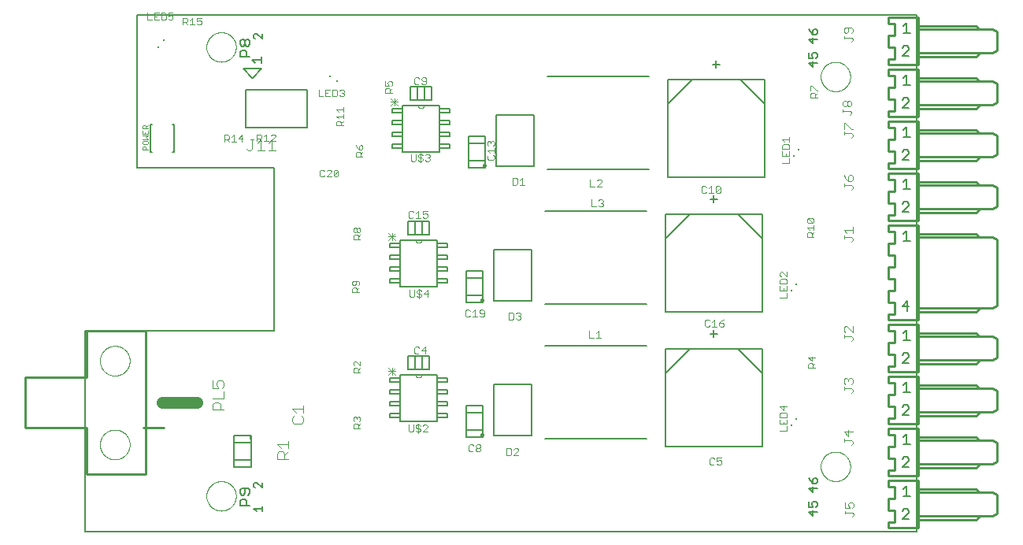
<source format=gto>
G75*
%MOIN*%
%OFA0B0*%
%FSLAX25Y25*%
%IPPOS*%
%LPD*%
%AMOC8*
5,1,8,0,0,1.08239X$1,22.5*
%
%ADD10C,0.00500*%
%ADD11C,0.00000*%
%ADD12C,0.00800*%
%ADD13C,0.00600*%
%ADD14C,0.00300*%
%ADD15C,0.00400*%
%ADD16C,0.00200*%
%ADD17C,0.00984*%
%ADD18R,0.00787X0.00787*%
%ADD19C,0.01000*%
%ADD20C,0.00700*%
%ADD21C,0.05000*%
D10*
X0026831Y0007667D02*
X0026831Y0092667D01*
X0106831Y0092667D01*
X0106831Y0161667D01*
X0048831Y0161667D01*
X0048831Y0226167D01*
X0378831Y0226167D01*
X0378831Y0007667D01*
X0026831Y0007667D01*
X0221374Y0046982D02*
X0264287Y0046982D01*
X0264287Y0086352D02*
X0221374Y0086352D01*
X0221374Y0103982D02*
X0264287Y0103982D01*
X0264287Y0143352D02*
X0221374Y0143352D01*
X0222374Y0160982D02*
X0265287Y0160982D01*
X0265287Y0200352D02*
X0222374Y0200352D01*
X0120831Y0194667D02*
X0120831Y0178667D01*
X0094831Y0178667D01*
X0094831Y0194667D01*
X0120831Y0194667D01*
X0101331Y0203667D02*
X0097831Y0199667D01*
X0097331Y0199667D02*
X0093831Y0203667D01*
X0101331Y0203667D01*
X0064252Y0180072D02*
X0064252Y0168261D01*
X0063661Y0168261D01*
X0055000Y0168261D02*
X0054409Y0168261D01*
X0054409Y0180072D01*
X0055000Y0180072D01*
X0063661Y0180072D02*
X0064252Y0180072D01*
D11*
X0078081Y0212667D02*
X0078083Y0212825D01*
X0078089Y0212982D01*
X0078099Y0213140D01*
X0078113Y0213297D01*
X0078131Y0213453D01*
X0078152Y0213610D01*
X0078178Y0213765D01*
X0078208Y0213920D01*
X0078241Y0214074D01*
X0078279Y0214227D01*
X0078320Y0214380D01*
X0078365Y0214531D01*
X0078414Y0214681D01*
X0078467Y0214829D01*
X0078523Y0214977D01*
X0078584Y0215122D01*
X0078647Y0215267D01*
X0078715Y0215409D01*
X0078786Y0215550D01*
X0078860Y0215689D01*
X0078938Y0215826D01*
X0079020Y0215961D01*
X0079104Y0216094D01*
X0079193Y0216225D01*
X0079284Y0216353D01*
X0079379Y0216480D01*
X0079476Y0216603D01*
X0079577Y0216725D01*
X0079681Y0216843D01*
X0079788Y0216959D01*
X0079898Y0217072D01*
X0080010Y0217183D01*
X0080126Y0217290D01*
X0080244Y0217395D01*
X0080364Y0217497D01*
X0080487Y0217595D01*
X0080613Y0217691D01*
X0080741Y0217783D01*
X0080871Y0217872D01*
X0081003Y0217958D01*
X0081138Y0218040D01*
X0081275Y0218119D01*
X0081413Y0218194D01*
X0081553Y0218266D01*
X0081696Y0218334D01*
X0081839Y0218399D01*
X0081985Y0218460D01*
X0082132Y0218517D01*
X0082280Y0218571D01*
X0082430Y0218621D01*
X0082580Y0218667D01*
X0082732Y0218709D01*
X0082885Y0218748D01*
X0083039Y0218782D01*
X0083194Y0218813D01*
X0083349Y0218839D01*
X0083505Y0218862D01*
X0083662Y0218881D01*
X0083819Y0218896D01*
X0083976Y0218907D01*
X0084134Y0218914D01*
X0084292Y0218917D01*
X0084449Y0218916D01*
X0084607Y0218911D01*
X0084764Y0218902D01*
X0084922Y0218889D01*
X0085078Y0218872D01*
X0085235Y0218851D01*
X0085390Y0218827D01*
X0085545Y0218798D01*
X0085700Y0218765D01*
X0085853Y0218729D01*
X0086006Y0218688D01*
X0086157Y0218644D01*
X0086307Y0218596D01*
X0086456Y0218545D01*
X0086604Y0218489D01*
X0086750Y0218430D01*
X0086895Y0218367D01*
X0087038Y0218300D01*
X0087179Y0218230D01*
X0087318Y0218157D01*
X0087456Y0218080D01*
X0087592Y0217999D01*
X0087725Y0217915D01*
X0087856Y0217828D01*
X0087985Y0217737D01*
X0088112Y0217643D01*
X0088237Y0217546D01*
X0088358Y0217446D01*
X0088478Y0217343D01*
X0088594Y0217237D01*
X0088708Y0217128D01*
X0088820Y0217016D01*
X0088928Y0216902D01*
X0089033Y0216784D01*
X0089136Y0216664D01*
X0089235Y0216542D01*
X0089331Y0216417D01*
X0089424Y0216289D01*
X0089514Y0216160D01*
X0089600Y0216028D01*
X0089684Y0215894D01*
X0089763Y0215758D01*
X0089840Y0215620D01*
X0089912Y0215480D01*
X0089981Y0215338D01*
X0090047Y0215195D01*
X0090109Y0215050D01*
X0090167Y0214903D01*
X0090222Y0214755D01*
X0090273Y0214606D01*
X0090320Y0214455D01*
X0090363Y0214304D01*
X0090402Y0214151D01*
X0090438Y0213997D01*
X0090469Y0213843D01*
X0090497Y0213688D01*
X0090521Y0213532D01*
X0090541Y0213375D01*
X0090557Y0213218D01*
X0090569Y0213061D01*
X0090577Y0212904D01*
X0090581Y0212746D01*
X0090581Y0212588D01*
X0090577Y0212430D01*
X0090569Y0212273D01*
X0090557Y0212116D01*
X0090541Y0211959D01*
X0090521Y0211802D01*
X0090497Y0211646D01*
X0090469Y0211491D01*
X0090438Y0211337D01*
X0090402Y0211183D01*
X0090363Y0211030D01*
X0090320Y0210879D01*
X0090273Y0210728D01*
X0090222Y0210579D01*
X0090167Y0210431D01*
X0090109Y0210284D01*
X0090047Y0210139D01*
X0089981Y0209996D01*
X0089912Y0209854D01*
X0089840Y0209714D01*
X0089763Y0209576D01*
X0089684Y0209440D01*
X0089600Y0209306D01*
X0089514Y0209174D01*
X0089424Y0209045D01*
X0089331Y0208917D01*
X0089235Y0208792D01*
X0089136Y0208670D01*
X0089033Y0208550D01*
X0088928Y0208432D01*
X0088820Y0208318D01*
X0088708Y0208206D01*
X0088594Y0208097D01*
X0088478Y0207991D01*
X0088358Y0207888D01*
X0088237Y0207788D01*
X0088112Y0207691D01*
X0087985Y0207597D01*
X0087856Y0207506D01*
X0087725Y0207419D01*
X0087592Y0207335D01*
X0087456Y0207254D01*
X0087318Y0207177D01*
X0087179Y0207104D01*
X0087038Y0207034D01*
X0086895Y0206967D01*
X0086750Y0206904D01*
X0086604Y0206845D01*
X0086456Y0206789D01*
X0086307Y0206738D01*
X0086157Y0206690D01*
X0086006Y0206646D01*
X0085853Y0206605D01*
X0085700Y0206569D01*
X0085545Y0206536D01*
X0085390Y0206507D01*
X0085235Y0206483D01*
X0085078Y0206462D01*
X0084922Y0206445D01*
X0084764Y0206432D01*
X0084607Y0206423D01*
X0084449Y0206418D01*
X0084292Y0206417D01*
X0084134Y0206420D01*
X0083976Y0206427D01*
X0083819Y0206438D01*
X0083662Y0206453D01*
X0083505Y0206472D01*
X0083349Y0206495D01*
X0083194Y0206521D01*
X0083039Y0206552D01*
X0082885Y0206586D01*
X0082732Y0206625D01*
X0082580Y0206667D01*
X0082430Y0206713D01*
X0082280Y0206763D01*
X0082132Y0206817D01*
X0081985Y0206874D01*
X0081839Y0206935D01*
X0081696Y0207000D01*
X0081553Y0207068D01*
X0081413Y0207140D01*
X0081275Y0207215D01*
X0081138Y0207294D01*
X0081003Y0207376D01*
X0080871Y0207462D01*
X0080741Y0207551D01*
X0080613Y0207643D01*
X0080487Y0207739D01*
X0080364Y0207837D01*
X0080244Y0207939D01*
X0080126Y0208044D01*
X0080010Y0208151D01*
X0079898Y0208262D01*
X0079788Y0208375D01*
X0079681Y0208491D01*
X0079577Y0208609D01*
X0079476Y0208731D01*
X0079379Y0208854D01*
X0079284Y0208981D01*
X0079193Y0209109D01*
X0079104Y0209240D01*
X0079020Y0209373D01*
X0078938Y0209508D01*
X0078860Y0209645D01*
X0078786Y0209784D01*
X0078715Y0209925D01*
X0078647Y0210067D01*
X0078584Y0210212D01*
X0078523Y0210357D01*
X0078467Y0210505D01*
X0078414Y0210653D01*
X0078365Y0210803D01*
X0078320Y0210954D01*
X0078279Y0211107D01*
X0078241Y0211260D01*
X0078208Y0211414D01*
X0078178Y0211569D01*
X0078152Y0211724D01*
X0078131Y0211881D01*
X0078113Y0212037D01*
X0078099Y0212194D01*
X0078089Y0212352D01*
X0078083Y0212509D01*
X0078081Y0212667D01*
X0167631Y0187967D02*
X0167636Y0187899D01*
X0167645Y0187831D01*
X0167657Y0187763D01*
X0167674Y0187697D01*
X0167694Y0187631D01*
X0167718Y0187567D01*
X0167745Y0187504D01*
X0167776Y0187443D01*
X0167811Y0187383D01*
X0167849Y0187326D01*
X0167890Y0187271D01*
X0167934Y0187219D01*
X0167981Y0187169D01*
X0168031Y0187122D01*
X0168083Y0187077D01*
X0168138Y0187036D01*
X0168195Y0186998D01*
X0168254Y0186964D01*
X0168315Y0186932D01*
X0168378Y0186905D01*
X0168442Y0186881D01*
X0168508Y0186860D01*
X0168574Y0186844D01*
X0168642Y0186831D01*
X0168710Y0186822D01*
X0168778Y0186817D01*
X0168847Y0186816D01*
X0168915Y0186819D01*
X0168984Y0186826D01*
X0169051Y0186836D01*
X0169118Y0186851D01*
X0169184Y0186869D01*
X0169249Y0186891D01*
X0169313Y0186917D01*
X0169375Y0186946D01*
X0169435Y0186979D01*
X0169493Y0187015D01*
X0169550Y0187055D01*
X0169603Y0187097D01*
X0169655Y0187143D01*
X0169703Y0187191D01*
X0169749Y0187242D01*
X0169792Y0187296D01*
X0169831Y0187352D01*
X0169868Y0187410D01*
X0169900Y0187470D01*
X0169930Y0187532D01*
X0169956Y0187596D01*
X0169978Y0187661D01*
X0169996Y0187727D01*
X0170011Y0187794D01*
X0170022Y0187862D01*
X0170029Y0187930D01*
X0170032Y0187998D01*
X0170031Y0188067D01*
X0170032Y0187998D01*
X0170029Y0187930D01*
X0170022Y0187862D01*
X0170011Y0187794D01*
X0169996Y0187727D01*
X0169978Y0187661D01*
X0169956Y0187596D01*
X0169930Y0187532D01*
X0169900Y0187470D01*
X0169868Y0187410D01*
X0169831Y0187352D01*
X0169792Y0187296D01*
X0169749Y0187242D01*
X0169703Y0187191D01*
X0169655Y0187143D01*
X0169603Y0187097D01*
X0169550Y0187055D01*
X0169493Y0187015D01*
X0169435Y0186979D01*
X0169375Y0186946D01*
X0169313Y0186917D01*
X0169249Y0186891D01*
X0169184Y0186869D01*
X0169118Y0186851D01*
X0169051Y0186836D01*
X0168984Y0186826D01*
X0168915Y0186819D01*
X0168847Y0186816D01*
X0168778Y0186817D01*
X0168710Y0186822D01*
X0168642Y0186831D01*
X0168574Y0186844D01*
X0168508Y0186860D01*
X0168442Y0186881D01*
X0168378Y0186905D01*
X0168315Y0186932D01*
X0168254Y0186964D01*
X0168195Y0186998D01*
X0168138Y0187036D01*
X0168083Y0187077D01*
X0168031Y0187122D01*
X0167981Y0187169D01*
X0167934Y0187219D01*
X0167890Y0187271D01*
X0167849Y0187326D01*
X0167811Y0187383D01*
X0167776Y0187443D01*
X0167745Y0187504D01*
X0167718Y0187567D01*
X0167694Y0187631D01*
X0167674Y0187697D01*
X0167657Y0187763D01*
X0167645Y0187831D01*
X0167636Y0187899D01*
X0167631Y0187967D01*
X0169031Y0131067D02*
X0169032Y0130998D01*
X0169029Y0130930D01*
X0169022Y0130862D01*
X0169011Y0130794D01*
X0168996Y0130727D01*
X0168978Y0130661D01*
X0168956Y0130596D01*
X0168930Y0130532D01*
X0168900Y0130470D01*
X0168868Y0130410D01*
X0168831Y0130352D01*
X0168792Y0130296D01*
X0168749Y0130242D01*
X0168703Y0130191D01*
X0168655Y0130143D01*
X0168603Y0130097D01*
X0168550Y0130055D01*
X0168493Y0130015D01*
X0168435Y0129979D01*
X0168375Y0129946D01*
X0168313Y0129917D01*
X0168249Y0129891D01*
X0168184Y0129869D01*
X0168118Y0129851D01*
X0168051Y0129836D01*
X0167984Y0129826D01*
X0167915Y0129819D01*
X0167847Y0129816D01*
X0167778Y0129817D01*
X0167710Y0129822D01*
X0167642Y0129831D01*
X0167574Y0129844D01*
X0167508Y0129860D01*
X0167442Y0129881D01*
X0167378Y0129905D01*
X0167315Y0129932D01*
X0167254Y0129964D01*
X0167195Y0129998D01*
X0167138Y0130036D01*
X0167083Y0130077D01*
X0167031Y0130122D01*
X0166981Y0130169D01*
X0166934Y0130219D01*
X0166890Y0130271D01*
X0166849Y0130326D01*
X0166811Y0130383D01*
X0166776Y0130443D01*
X0166745Y0130504D01*
X0166718Y0130567D01*
X0166694Y0130631D01*
X0166674Y0130697D01*
X0166657Y0130763D01*
X0166645Y0130831D01*
X0166636Y0130899D01*
X0166631Y0130967D01*
X0166636Y0130899D01*
X0166645Y0130831D01*
X0166657Y0130763D01*
X0166674Y0130697D01*
X0166694Y0130631D01*
X0166718Y0130567D01*
X0166745Y0130504D01*
X0166776Y0130443D01*
X0166811Y0130383D01*
X0166849Y0130326D01*
X0166890Y0130271D01*
X0166934Y0130219D01*
X0166981Y0130169D01*
X0167031Y0130122D01*
X0167083Y0130077D01*
X0167138Y0130036D01*
X0167195Y0129998D01*
X0167254Y0129964D01*
X0167315Y0129932D01*
X0167378Y0129905D01*
X0167442Y0129881D01*
X0167508Y0129860D01*
X0167574Y0129844D01*
X0167642Y0129831D01*
X0167710Y0129822D01*
X0167778Y0129817D01*
X0167847Y0129816D01*
X0167915Y0129819D01*
X0167984Y0129826D01*
X0168051Y0129836D01*
X0168118Y0129851D01*
X0168184Y0129869D01*
X0168249Y0129891D01*
X0168313Y0129917D01*
X0168375Y0129946D01*
X0168435Y0129979D01*
X0168493Y0130015D01*
X0168550Y0130055D01*
X0168603Y0130097D01*
X0168655Y0130143D01*
X0168703Y0130191D01*
X0168749Y0130242D01*
X0168792Y0130296D01*
X0168831Y0130352D01*
X0168868Y0130410D01*
X0168900Y0130470D01*
X0168930Y0130532D01*
X0168956Y0130596D01*
X0168978Y0130661D01*
X0168996Y0130727D01*
X0169011Y0130794D01*
X0169022Y0130862D01*
X0169029Y0130930D01*
X0169032Y0130998D01*
X0169031Y0131067D01*
X0169031Y0074067D02*
X0169032Y0073998D01*
X0169029Y0073930D01*
X0169022Y0073862D01*
X0169011Y0073794D01*
X0168996Y0073727D01*
X0168978Y0073661D01*
X0168956Y0073596D01*
X0168930Y0073532D01*
X0168900Y0073470D01*
X0168868Y0073410D01*
X0168831Y0073352D01*
X0168792Y0073296D01*
X0168749Y0073242D01*
X0168703Y0073191D01*
X0168655Y0073143D01*
X0168603Y0073097D01*
X0168550Y0073055D01*
X0168493Y0073015D01*
X0168435Y0072979D01*
X0168375Y0072946D01*
X0168313Y0072917D01*
X0168249Y0072891D01*
X0168184Y0072869D01*
X0168118Y0072851D01*
X0168051Y0072836D01*
X0167984Y0072826D01*
X0167915Y0072819D01*
X0167847Y0072816D01*
X0167778Y0072817D01*
X0167710Y0072822D01*
X0167642Y0072831D01*
X0167574Y0072844D01*
X0167508Y0072860D01*
X0167442Y0072881D01*
X0167378Y0072905D01*
X0167315Y0072932D01*
X0167254Y0072964D01*
X0167195Y0072998D01*
X0167138Y0073036D01*
X0167083Y0073077D01*
X0167031Y0073122D01*
X0166981Y0073169D01*
X0166934Y0073219D01*
X0166890Y0073271D01*
X0166849Y0073326D01*
X0166811Y0073383D01*
X0166776Y0073443D01*
X0166745Y0073504D01*
X0166718Y0073567D01*
X0166694Y0073631D01*
X0166674Y0073697D01*
X0166657Y0073763D01*
X0166645Y0073831D01*
X0166636Y0073899D01*
X0166631Y0073967D01*
X0166636Y0073899D01*
X0166645Y0073831D01*
X0166657Y0073763D01*
X0166674Y0073697D01*
X0166694Y0073631D01*
X0166718Y0073567D01*
X0166745Y0073504D01*
X0166776Y0073443D01*
X0166811Y0073383D01*
X0166849Y0073326D01*
X0166890Y0073271D01*
X0166934Y0073219D01*
X0166981Y0073169D01*
X0167031Y0073122D01*
X0167083Y0073077D01*
X0167138Y0073036D01*
X0167195Y0072998D01*
X0167254Y0072964D01*
X0167315Y0072932D01*
X0167378Y0072905D01*
X0167442Y0072881D01*
X0167508Y0072860D01*
X0167574Y0072844D01*
X0167642Y0072831D01*
X0167710Y0072822D01*
X0167778Y0072817D01*
X0167847Y0072816D01*
X0167915Y0072819D01*
X0167984Y0072826D01*
X0168051Y0072836D01*
X0168118Y0072851D01*
X0168184Y0072869D01*
X0168249Y0072891D01*
X0168313Y0072917D01*
X0168375Y0072946D01*
X0168435Y0072979D01*
X0168493Y0073015D01*
X0168550Y0073055D01*
X0168603Y0073097D01*
X0168655Y0073143D01*
X0168703Y0073191D01*
X0168749Y0073242D01*
X0168792Y0073296D01*
X0168831Y0073352D01*
X0168868Y0073410D01*
X0168900Y0073470D01*
X0168930Y0073532D01*
X0168956Y0073596D01*
X0168978Y0073661D01*
X0168996Y0073727D01*
X0169011Y0073794D01*
X0169022Y0073862D01*
X0169029Y0073930D01*
X0169032Y0073998D01*
X0169031Y0074067D01*
X0078081Y0022667D02*
X0078083Y0022825D01*
X0078089Y0022982D01*
X0078099Y0023140D01*
X0078113Y0023297D01*
X0078131Y0023453D01*
X0078152Y0023610D01*
X0078178Y0023765D01*
X0078208Y0023920D01*
X0078241Y0024074D01*
X0078279Y0024227D01*
X0078320Y0024380D01*
X0078365Y0024531D01*
X0078414Y0024681D01*
X0078467Y0024829D01*
X0078523Y0024977D01*
X0078584Y0025122D01*
X0078647Y0025267D01*
X0078715Y0025409D01*
X0078786Y0025550D01*
X0078860Y0025689D01*
X0078938Y0025826D01*
X0079020Y0025961D01*
X0079104Y0026094D01*
X0079193Y0026225D01*
X0079284Y0026353D01*
X0079379Y0026480D01*
X0079476Y0026603D01*
X0079577Y0026725D01*
X0079681Y0026843D01*
X0079788Y0026959D01*
X0079898Y0027072D01*
X0080010Y0027183D01*
X0080126Y0027290D01*
X0080244Y0027395D01*
X0080364Y0027497D01*
X0080487Y0027595D01*
X0080613Y0027691D01*
X0080741Y0027783D01*
X0080871Y0027872D01*
X0081003Y0027958D01*
X0081138Y0028040D01*
X0081275Y0028119D01*
X0081413Y0028194D01*
X0081553Y0028266D01*
X0081696Y0028334D01*
X0081839Y0028399D01*
X0081985Y0028460D01*
X0082132Y0028517D01*
X0082280Y0028571D01*
X0082430Y0028621D01*
X0082580Y0028667D01*
X0082732Y0028709D01*
X0082885Y0028748D01*
X0083039Y0028782D01*
X0083194Y0028813D01*
X0083349Y0028839D01*
X0083505Y0028862D01*
X0083662Y0028881D01*
X0083819Y0028896D01*
X0083976Y0028907D01*
X0084134Y0028914D01*
X0084292Y0028917D01*
X0084449Y0028916D01*
X0084607Y0028911D01*
X0084764Y0028902D01*
X0084922Y0028889D01*
X0085078Y0028872D01*
X0085235Y0028851D01*
X0085390Y0028827D01*
X0085545Y0028798D01*
X0085700Y0028765D01*
X0085853Y0028729D01*
X0086006Y0028688D01*
X0086157Y0028644D01*
X0086307Y0028596D01*
X0086456Y0028545D01*
X0086604Y0028489D01*
X0086750Y0028430D01*
X0086895Y0028367D01*
X0087038Y0028300D01*
X0087179Y0028230D01*
X0087318Y0028157D01*
X0087456Y0028080D01*
X0087592Y0027999D01*
X0087725Y0027915D01*
X0087856Y0027828D01*
X0087985Y0027737D01*
X0088112Y0027643D01*
X0088237Y0027546D01*
X0088358Y0027446D01*
X0088478Y0027343D01*
X0088594Y0027237D01*
X0088708Y0027128D01*
X0088820Y0027016D01*
X0088928Y0026902D01*
X0089033Y0026784D01*
X0089136Y0026664D01*
X0089235Y0026542D01*
X0089331Y0026417D01*
X0089424Y0026289D01*
X0089514Y0026160D01*
X0089600Y0026028D01*
X0089684Y0025894D01*
X0089763Y0025758D01*
X0089840Y0025620D01*
X0089912Y0025480D01*
X0089981Y0025338D01*
X0090047Y0025195D01*
X0090109Y0025050D01*
X0090167Y0024903D01*
X0090222Y0024755D01*
X0090273Y0024606D01*
X0090320Y0024455D01*
X0090363Y0024304D01*
X0090402Y0024151D01*
X0090438Y0023997D01*
X0090469Y0023843D01*
X0090497Y0023688D01*
X0090521Y0023532D01*
X0090541Y0023375D01*
X0090557Y0023218D01*
X0090569Y0023061D01*
X0090577Y0022904D01*
X0090581Y0022746D01*
X0090581Y0022588D01*
X0090577Y0022430D01*
X0090569Y0022273D01*
X0090557Y0022116D01*
X0090541Y0021959D01*
X0090521Y0021802D01*
X0090497Y0021646D01*
X0090469Y0021491D01*
X0090438Y0021337D01*
X0090402Y0021183D01*
X0090363Y0021030D01*
X0090320Y0020879D01*
X0090273Y0020728D01*
X0090222Y0020579D01*
X0090167Y0020431D01*
X0090109Y0020284D01*
X0090047Y0020139D01*
X0089981Y0019996D01*
X0089912Y0019854D01*
X0089840Y0019714D01*
X0089763Y0019576D01*
X0089684Y0019440D01*
X0089600Y0019306D01*
X0089514Y0019174D01*
X0089424Y0019045D01*
X0089331Y0018917D01*
X0089235Y0018792D01*
X0089136Y0018670D01*
X0089033Y0018550D01*
X0088928Y0018432D01*
X0088820Y0018318D01*
X0088708Y0018206D01*
X0088594Y0018097D01*
X0088478Y0017991D01*
X0088358Y0017888D01*
X0088237Y0017788D01*
X0088112Y0017691D01*
X0087985Y0017597D01*
X0087856Y0017506D01*
X0087725Y0017419D01*
X0087592Y0017335D01*
X0087456Y0017254D01*
X0087318Y0017177D01*
X0087179Y0017104D01*
X0087038Y0017034D01*
X0086895Y0016967D01*
X0086750Y0016904D01*
X0086604Y0016845D01*
X0086456Y0016789D01*
X0086307Y0016738D01*
X0086157Y0016690D01*
X0086006Y0016646D01*
X0085853Y0016605D01*
X0085700Y0016569D01*
X0085545Y0016536D01*
X0085390Y0016507D01*
X0085235Y0016483D01*
X0085078Y0016462D01*
X0084922Y0016445D01*
X0084764Y0016432D01*
X0084607Y0016423D01*
X0084449Y0016418D01*
X0084292Y0016417D01*
X0084134Y0016420D01*
X0083976Y0016427D01*
X0083819Y0016438D01*
X0083662Y0016453D01*
X0083505Y0016472D01*
X0083349Y0016495D01*
X0083194Y0016521D01*
X0083039Y0016552D01*
X0082885Y0016586D01*
X0082732Y0016625D01*
X0082580Y0016667D01*
X0082430Y0016713D01*
X0082280Y0016763D01*
X0082132Y0016817D01*
X0081985Y0016874D01*
X0081839Y0016935D01*
X0081696Y0017000D01*
X0081553Y0017068D01*
X0081413Y0017140D01*
X0081275Y0017215D01*
X0081138Y0017294D01*
X0081003Y0017376D01*
X0080871Y0017462D01*
X0080741Y0017551D01*
X0080613Y0017643D01*
X0080487Y0017739D01*
X0080364Y0017837D01*
X0080244Y0017939D01*
X0080126Y0018044D01*
X0080010Y0018151D01*
X0079898Y0018262D01*
X0079788Y0018375D01*
X0079681Y0018491D01*
X0079577Y0018609D01*
X0079476Y0018731D01*
X0079379Y0018854D01*
X0079284Y0018981D01*
X0079193Y0019109D01*
X0079104Y0019240D01*
X0079020Y0019373D01*
X0078938Y0019508D01*
X0078860Y0019645D01*
X0078786Y0019784D01*
X0078715Y0019925D01*
X0078647Y0020067D01*
X0078584Y0020212D01*
X0078523Y0020357D01*
X0078467Y0020505D01*
X0078414Y0020653D01*
X0078365Y0020803D01*
X0078320Y0020954D01*
X0078279Y0021107D01*
X0078241Y0021260D01*
X0078208Y0021414D01*
X0078178Y0021569D01*
X0078152Y0021724D01*
X0078131Y0021881D01*
X0078113Y0022037D01*
X0078099Y0022194D01*
X0078089Y0022352D01*
X0078083Y0022509D01*
X0078081Y0022667D01*
X0032996Y0044450D02*
X0032998Y0044608D01*
X0033004Y0044766D01*
X0033014Y0044924D01*
X0033028Y0045082D01*
X0033046Y0045239D01*
X0033067Y0045396D01*
X0033093Y0045552D01*
X0033123Y0045708D01*
X0033156Y0045863D01*
X0033194Y0046016D01*
X0033235Y0046169D01*
X0033280Y0046321D01*
X0033329Y0046472D01*
X0033382Y0046621D01*
X0033438Y0046769D01*
X0033498Y0046915D01*
X0033562Y0047060D01*
X0033630Y0047203D01*
X0033701Y0047345D01*
X0033775Y0047485D01*
X0033853Y0047622D01*
X0033935Y0047758D01*
X0034019Y0047892D01*
X0034108Y0048023D01*
X0034199Y0048152D01*
X0034294Y0048279D01*
X0034391Y0048404D01*
X0034492Y0048526D01*
X0034596Y0048645D01*
X0034703Y0048762D01*
X0034813Y0048876D01*
X0034926Y0048987D01*
X0035041Y0049096D01*
X0035159Y0049201D01*
X0035280Y0049303D01*
X0035403Y0049403D01*
X0035529Y0049499D01*
X0035657Y0049592D01*
X0035787Y0049682D01*
X0035920Y0049768D01*
X0036055Y0049852D01*
X0036191Y0049931D01*
X0036330Y0050008D01*
X0036471Y0050080D01*
X0036613Y0050150D01*
X0036757Y0050215D01*
X0036903Y0050277D01*
X0037050Y0050335D01*
X0037199Y0050390D01*
X0037349Y0050441D01*
X0037500Y0050488D01*
X0037652Y0050531D01*
X0037805Y0050570D01*
X0037960Y0050606D01*
X0038115Y0050637D01*
X0038271Y0050665D01*
X0038427Y0050689D01*
X0038584Y0050709D01*
X0038742Y0050725D01*
X0038899Y0050737D01*
X0039058Y0050745D01*
X0039216Y0050749D01*
X0039374Y0050749D01*
X0039532Y0050745D01*
X0039691Y0050737D01*
X0039848Y0050725D01*
X0040006Y0050709D01*
X0040163Y0050689D01*
X0040319Y0050665D01*
X0040475Y0050637D01*
X0040630Y0050606D01*
X0040785Y0050570D01*
X0040938Y0050531D01*
X0041090Y0050488D01*
X0041241Y0050441D01*
X0041391Y0050390D01*
X0041540Y0050335D01*
X0041687Y0050277D01*
X0041833Y0050215D01*
X0041977Y0050150D01*
X0042119Y0050080D01*
X0042260Y0050008D01*
X0042399Y0049931D01*
X0042535Y0049852D01*
X0042670Y0049768D01*
X0042803Y0049682D01*
X0042933Y0049592D01*
X0043061Y0049499D01*
X0043187Y0049403D01*
X0043310Y0049303D01*
X0043431Y0049201D01*
X0043549Y0049096D01*
X0043664Y0048987D01*
X0043777Y0048876D01*
X0043887Y0048762D01*
X0043994Y0048645D01*
X0044098Y0048526D01*
X0044199Y0048404D01*
X0044296Y0048279D01*
X0044391Y0048152D01*
X0044482Y0048023D01*
X0044571Y0047892D01*
X0044655Y0047758D01*
X0044737Y0047622D01*
X0044815Y0047485D01*
X0044889Y0047345D01*
X0044960Y0047203D01*
X0045028Y0047060D01*
X0045092Y0046915D01*
X0045152Y0046769D01*
X0045208Y0046621D01*
X0045261Y0046472D01*
X0045310Y0046321D01*
X0045355Y0046169D01*
X0045396Y0046016D01*
X0045434Y0045863D01*
X0045467Y0045708D01*
X0045497Y0045552D01*
X0045523Y0045396D01*
X0045544Y0045239D01*
X0045562Y0045082D01*
X0045576Y0044924D01*
X0045586Y0044766D01*
X0045592Y0044608D01*
X0045594Y0044450D01*
X0045592Y0044292D01*
X0045586Y0044134D01*
X0045576Y0043976D01*
X0045562Y0043818D01*
X0045544Y0043661D01*
X0045523Y0043504D01*
X0045497Y0043348D01*
X0045467Y0043192D01*
X0045434Y0043037D01*
X0045396Y0042884D01*
X0045355Y0042731D01*
X0045310Y0042579D01*
X0045261Y0042428D01*
X0045208Y0042279D01*
X0045152Y0042131D01*
X0045092Y0041985D01*
X0045028Y0041840D01*
X0044960Y0041697D01*
X0044889Y0041555D01*
X0044815Y0041415D01*
X0044737Y0041278D01*
X0044655Y0041142D01*
X0044571Y0041008D01*
X0044482Y0040877D01*
X0044391Y0040748D01*
X0044296Y0040621D01*
X0044199Y0040496D01*
X0044098Y0040374D01*
X0043994Y0040255D01*
X0043887Y0040138D01*
X0043777Y0040024D01*
X0043664Y0039913D01*
X0043549Y0039804D01*
X0043431Y0039699D01*
X0043310Y0039597D01*
X0043187Y0039497D01*
X0043061Y0039401D01*
X0042933Y0039308D01*
X0042803Y0039218D01*
X0042670Y0039132D01*
X0042535Y0039048D01*
X0042399Y0038969D01*
X0042260Y0038892D01*
X0042119Y0038820D01*
X0041977Y0038750D01*
X0041833Y0038685D01*
X0041687Y0038623D01*
X0041540Y0038565D01*
X0041391Y0038510D01*
X0041241Y0038459D01*
X0041090Y0038412D01*
X0040938Y0038369D01*
X0040785Y0038330D01*
X0040630Y0038294D01*
X0040475Y0038263D01*
X0040319Y0038235D01*
X0040163Y0038211D01*
X0040006Y0038191D01*
X0039848Y0038175D01*
X0039691Y0038163D01*
X0039532Y0038155D01*
X0039374Y0038151D01*
X0039216Y0038151D01*
X0039058Y0038155D01*
X0038899Y0038163D01*
X0038742Y0038175D01*
X0038584Y0038191D01*
X0038427Y0038211D01*
X0038271Y0038235D01*
X0038115Y0038263D01*
X0037960Y0038294D01*
X0037805Y0038330D01*
X0037652Y0038369D01*
X0037500Y0038412D01*
X0037349Y0038459D01*
X0037199Y0038510D01*
X0037050Y0038565D01*
X0036903Y0038623D01*
X0036757Y0038685D01*
X0036613Y0038750D01*
X0036471Y0038820D01*
X0036330Y0038892D01*
X0036191Y0038969D01*
X0036055Y0039048D01*
X0035920Y0039132D01*
X0035787Y0039218D01*
X0035657Y0039308D01*
X0035529Y0039401D01*
X0035403Y0039497D01*
X0035280Y0039597D01*
X0035159Y0039699D01*
X0035041Y0039804D01*
X0034926Y0039913D01*
X0034813Y0040024D01*
X0034703Y0040138D01*
X0034596Y0040255D01*
X0034492Y0040374D01*
X0034391Y0040496D01*
X0034294Y0040621D01*
X0034199Y0040748D01*
X0034108Y0040877D01*
X0034019Y0041008D01*
X0033935Y0041142D01*
X0033853Y0041278D01*
X0033775Y0041415D01*
X0033701Y0041555D01*
X0033630Y0041697D01*
X0033562Y0041840D01*
X0033498Y0041985D01*
X0033438Y0042131D01*
X0033382Y0042279D01*
X0033329Y0042428D01*
X0033280Y0042579D01*
X0033235Y0042731D01*
X0033194Y0042884D01*
X0033156Y0043037D01*
X0033123Y0043192D01*
X0033093Y0043348D01*
X0033067Y0043504D01*
X0033046Y0043661D01*
X0033028Y0043818D01*
X0033014Y0043976D01*
X0033004Y0044134D01*
X0032998Y0044292D01*
X0032996Y0044450D01*
X0032996Y0079883D02*
X0032998Y0080041D01*
X0033004Y0080199D01*
X0033014Y0080357D01*
X0033028Y0080515D01*
X0033046Y0080672D01*
X0033067Y0080829D01*
X0033093Y0080985D01*
X0033123Y0081141D01*
X0033156Y0081296D01*
X0033194Y0081449D01*
X0033235Y0081602D01*
X0033280Y0081754D01*
X0033329Y0081905D01*
X0033382Y0082054D01*
X0033438Y0082202D01*
X0033498Y0082348D01*
X0033562Y0082493D01*
X0033630Y0082636D01*
X0033701Y0082778D01*
X0033775Y0082918D01*
X0033853Y0083055D01*
X0033935Y0083191D01*
X0034019Y0083325D01*
X0034108Y0083456D01*
X0034199Y0083585D01*
X0034294Y0083712D01*
X0034391Y0083837D01*
X0034492Y0083959D01*
X0034596Y0084078D01*
X0034703Y0084195D01*
X0034813Y0084309D01*
X0034926Y0084420D01*
X0035041Y0084529D01*
X0035159Y0084634D01*
X0035280Y0084736D01*
X0035403Y0084836D01*
X0035529Y0084932D01*
X0035657Y0085025D01*
X0035787Y0085115D01*
X0035920Y0085201D01*
X0036055Y0085285D01*
X0036191Y0085364D01*
X0036330Y0085441D01*
X0036471Y0085513D01*
X0036613Y0085583D01*
X0036757Y0085648D01*
X0036903Y0085710D01*
X0037050Y0085768D01*
X0037199Y0085823D01*
X0037349Y0085874D01*
X0037500Y0085921D01*
X0037652Y0085964D01*
X0037805Y0086003D01*
X0037960Y0086039D01*
X0038115Y0086070D01*
X0038271Y0086098D01*
X0038427Y0086122D01*
X0038584Y0086142D01*
X0038742Y0086158D01*
X0038899Y0086170D01*
X0039058Y0086178D01*
X0039216Y0086182D01*
X0039374Y0086182D01*
X0039532Y0086178D01*
X0039691Y0086170D01*
X0039848Y0086158D01*
X0040006Y0086142D01*
X0040163Y0086122D01*
X0040319Y0086098D01*
X0040475Y0086070D01*
X0040630Y0086039D01*
X0040785Y0086003D01*
X0040938Y0085964D01*
X0041090Y0085921D01*
X0041241Y0085874D01*
X0041391Y0085823D01*
X0041540Y0085768D01*
X0041687Y0085710D01*
X0041833Y0085648D01*
X0041977Y0085583D01*
X0042119Y0085513D01*
X0042260Y0085441D01*
X0042399Y0085364D01*
X0042535Y0085285D01*
X0042670Y0085201D01*
X0042803Y0085115D01*
X0042933Y0085025D01*
X0043061Y0084932D01*
X0043187Y0084836D01*
X0043310Y0084736D01*
X0043431Y0084634D01*
X0043549Y0084529D01*
X0043664Y0084420D01*
X0043777Y0084309D01*
X0043887Y0084195D01*
X0043994Y0084078D01*
X0044098Y0083959D01*
X0044199Y0083837D01*
X0044296Y0083712D01*
X0044391Y0083585D01*
X0044482Y0083456D01*
X0044571Y0083325D01*
X0044655Y0083191D01*
X0044737Y0083055D01*
X0044815Y0082918D01*
X0044889Y0082778D01*
X0044960Y0082636D01*
X0045028Y0082493D01*
X0045092Y0082348D01*
X0045152Y0082202D01*
X0045208Y0082054D01*
X0045261Y0081905D01*
X0045310Y0081754D01*
X0045355Y0081602D01*
X0045396Y0081449D01*
X0045434Y0081296D01*
X0045467Y0081141D01*
X0045497Y0080985D01*
X0045523Y0080829D01*
X0045544Y0080672D01*
X0045562Y0080515D01*
X0045576Y0080357D01*
X0045586Y0080199D01*
X0045592Y0080041D01*
X0045594Y0079883D01*
X0045592Y0079725D01*
X0045586Y0079567D01*
X0045576Y0079409D01*
X0045562Y0079251D01*
X0045544Y0079094D01*
X0045523Y0078937D01*
X0045497Y0078781D01*
X0045467Y0078625D01*
X0045434Y0078470D01*
X0045396Y0078317D01*
X0045355Y0078164D01*
X0045310Y0078012D01*
X0045261Y0077861D01*
X0045208Y0077712D01*
X0045152Y0077564D01*
X0045092Y0077418D01*
X0045028Y0077273D01*
X0044960Y0077130D01*
X0044889Y0076988D01*
X0044815Y0076848D01*
X0044737Y0076711D01*
X0044655Y0076575D01*
X0044571Y0076441D01*
X0044482Y0076310D01*
X0044391Y0076181D01*
X0044296Y0076054D01*
X0044199Y0075929D01*
X0044098Y0075807D01*
X0043994Y0075688D01*
X0043887Y0075571D01*
X0043777Y0075457D01*
X0043664Y0075346D01*
X0043549Y0075237D01*
X0043431Y0075132D01*
X0043310Y0075030D01*
X0043187Y0074930D01*
X0043061Y0074834D01*
X0042933Y0074741D01*
X0042803Y0074651D01*
X0042670Y0074565D01*
X0042535Y0074481D01*
X0042399Y0074402D01*
X0042260Y0074325D01*
X0042119Y0074253D01*
X0041977Y0074183D01*
X0041833Y0074118D01*
X0041687Y0074056D01*
X0041540Y0073998D01*
X0041391Y0073943D01*
X0041241Y0073892D01*
X0041090Y0073845D01*
X0040938Y0073802D01*
X0040785Y0073763D01*
X0040630Y0073727D01*
X0040475Y0073696D01*
X0040319Y0073668D01*
X0040163Y0073644D01*
X0040006Y0073624D01*
X0039848Y0073608D01*
X0039691Y0073596D01*
X0039532Y0073588D01*
X0039374Y0073584D01*
X0039216Y0073584D01*
X0039058Y0073588D01*
X0038899Y0073596D01*
X0038742Y0073608D01*
X0038584Y0073624D01*
X0038427Y0073644D01*
X0038271Y0073668D01*
X0038115Y0073696D01*
X0037960Y0073727D01*
X0037805Y0073763D01*
X0037652Y0073802D01*
X0037500Y0073845D01*
X0037349Y0073892D01*
X0037199Y0073943D01*
X0037050Y0073998D01*
X0036903Y0074056D01*
X0036757Y0074118D01*
X0036613Y0074183D01*
X0036471Y0074253D01*
X0036330Y0074325D01*
X0036191Y0074402D01*
X0036055Y0074481D01*
X0035920Y0074565D01*
X0035787Y0074651D01*
X0035657Y0074741D01*
X0035529Y0074834D01*
X0035403Y0074930D01*
X0035280Y0075030D01*
X0035159Y0075132D01*
X0035041Y0075237D01*
X0034926Y0075346D01*
X0034813Y0075457D01*
X0034703Y0075571D01*
X0034596Y0075688D01*
X0034492Y0075807D01*
X0034391Y0075929D01*
X0034294Y0076054D01*
X0034199Y0076181D01*
X0034108Y0076310D01*
X0034019Y0076441D01*
X0033935Y0076575D01*
X0033853Y0076711D01*
X0033775Y0076848D01*
X0033701Y0076988D01*
X0033630Y0077130D01*
X0033562Y0077273D01*
X0033498Y0077418D01*
X0033438Y0077564D01*
X0033382Y0077712D01*
X0033329Y0077861D01*
X0033280Y0078012D01*
X0033235Y0078164D01*
X0033194Y0078317D01*
X0033156Y0078470D01*
X0033123Y0078625D01*
X0033093Y0078781D01*
X0033067Y0078937D01*
X0033046Y0079094D01*
X0033028Y0079251D01*
X0033014Y0079409D01*
X0033004Y0079567D01*
X0032998Y0079725D01*
X0032996Y0079883D01*
X0338081Y0035167D02*
X0338083Y0035325D01*
X0338089Y0035482D01*
X0338099Y0035640D01*
X0338113Y0035797D01*
X0338131Y0035953D01*
X0338152Y0036110D01*
X0338178Y0036265D01*
X0338208Y0036420D01*
X0338241Y0036574D01*
X0338279Y0036727D01*
X0338320Y0036880D01*
X0338365Y0037031D01*
X0338414Y0037181D01*
X0338467Y0037329D01*
X0338523Y0037477D01*
X0338584Y0037622D01*
X0338647Y0037767D01*
X0338715Y0037909D01*
X0338786Y0038050D01*
X0338860Y0038189D01*
X0338938Y0038326D01*
X0339020Y0038461D01*
X0339104Y0038594D01*
X0339193Y0038725D01*
X0339284Y0038853D01*
X0339379Y0038980D01*
X0339476Y0039103D01*
X0339577Y0039225D01*
X0339681Y0039343D01*
X0339788Y0039459D01*
X0339898Y0039572D01*
X0340010Y0039683D01*
X0340126Y0039790D01*
X0340244Y0039895D01*
X0340364Y0039997D01*
X0340487Y0040095D01*
X0340613Y0040191D01*
X0340741Y0040283D01*
X0340871Y0040372D01*
X0341003Y0040458D01*
X0341138Y0040540D01*
X0341275Y0040619D01*
X0341413Y0040694D01*
X0341553Y0040766D01*
X0341696Y0040834D01*
X0341839Y0040899D01*
X0341985Y0040960D01*
X0342132Y0041017D01*
X0342280Y0041071D01*
X0342430Y0041121D01*
X0342580Y0041167D01*
X0342732Y0041209D01*
X0342885Y0041248D01*
X0343039Y0041282D01*
X0343194Y0041313D01*
X0343349Y0041339D01*
X0343505Y0041362D01*
X0343662Y0041381D01*
X0343819Y0041396D01*
X0343976Y0041407D01*
X0344134Y0041414D01*
X0344292Y0041417D01*
X0344449Y0041416D01*
X0344607Y0041411D01*
X0344764Y0041402D01*
X0344922Y0041389D01*
X0345078Y0041372D01*
X0345235Y0041351D01*
X0345390Y0041327D01*
X0345545Y0041298D01*
X0345700Y0041265D01*
X0345853Y0041229D01*
X0346006Y0041188D01*
X0346157Y0041144D01*
X0346307Y0041096D01*
X0346456Y0041045D01*
X0346604Y0040989D01*
X0346750Y0040930D01*
X0346895Y0040867D01*
X0347038Y0040800D01*
X0347179Y0040730D01*
X0347318Y0040657D01*
X0347456Y0040580D01*
X0347592Y0040499D01*
X0347725Y0040415D01*
X0347856Y0040328D01*
X0347985Y0040237D01*
X0348112Y0040143D01*
X0348237Y0040046D01*
X0348358Y0039946D01*
X0348478Y0039843D01*
X0348594Y0039737D01*
X0348708Y0039628D01*
X0348820Y0039516D01*
X0348928Y0039402D01*
X0349033Y0039284D01*
X0349136Y0039164D01*
X0349235Y0039042D01*
X0349331Y0038917D01*
X0349424Y0038789D01*
X0349514Y0038660D01*
X0349600Y0038528D01*
X0349684Y0038394D01*
X0349763Y0038258D01*
X0349840Y0038120D01*
X0349912Y0037980D01*
X0349981Y0037838D01*
X0350047Y0037695D01*
X0350109Y0037550D01*
X0350167Y0037403D01*
X0350222Y0037255D01*
X0350273Y0037106D01*
X0350320Y0036955D01*
X0350363Y0036804D01*
X0350402Y0036651D01*
X0350438Y0036497D01*
X0350469Y0036343D01*
X0350497Y0036188D01*
X0350521Y0036032D01*
X0350541Y0035875D01*
X0350557Y0035718D01*
X0350569Y0035561D01*
X0350577Y0035404D01*
X0350581Y0035246D01*
X0350581Y0035088D01*
X0350577Y0034930D01*
X0350569Y0034773D01*
X0350557Y0034616D01*
X0350541Y0034459D01*
X0350521Y0034302D01*
X0350497Y0034146D01*
X0350469Y0033991D01*
X0350438Y0033837D01*
X0350402Y0033683D01*
X0350363Y0033530D01*
X0350320Y0033379D01*
X0350273Y0033228D01*
X0350222Y0033079D01*
X0350167Y0032931D01*
X0350109Y0032784D01*
X0350047Y0032639D01*
X0349981Y0032496D01*
X0349912Y0032354D01*
X0349840Y0032214D01*
X0349763Y0032076D01*
X0349684Y0031940D01*
X0349600Y0031806D01*
X0349514Y0031674D01*
X0349424Y0031545D01*
X0349331Y0031417D01*
X0349235Y0031292D01*
X0349136Y0031170D01*
X0349033Y0031050D01*
X0348928Y0030932D01*
X0348820Y0030818D01*
X0348708Y0030706D01*
X0348594Y0030597D01*
X0348478Y0030491D01*
X0348358Y0030388D01*
X0348237Y0030288D01*
X0348112Y0030191D01*
X0347985Y0030097D01*
X0347856Y0030006D01*
X0347725Y0029919D01*
X0347592Y0029835D01*
X0347456Y0029754D01*
X0347318Y0029677D01*
X0347179Y0029604D01*
X0347038Y0029534D01*
X0346895Y0029467D01*
X0346750Y0029404D01*
X0346604Y0029345D01*
X0346456Y0029289D01*
X0346307Y0029238D01*
X0346157Y0029190D01*
X0346006Y0029146D01*
X0345853Y0029105D01*
X0345700Y0029069D01*
X0345545Y0029036D01*
X0345390Y0029007D01*
X0345235Y0028983D01*
X0345078Y0028962D01*
X0344922Y0028945D01*
X0344764Y0028932D01*
X0344607Y0028923D01*
X0344449Y0028918D01*
X0344292Y0028917D01*
X0344134Y0028920D01*
X0343976Y0028927D01*
X0343819Y0028938D01*
X0343662Y0028953D01*
X0343505Y0028972D01*
X0343349Y0028995D01*
X0343194Y0029021D01*
X0343039Y0029052D01*
X0342885Y0029086D01*
X0342732Y0029125D01*
X0342580Y0029167D01*
X0342430Y0029213D01*
X0342280Y0029263D01*
X0342132Y0029317D01*
X0341985Y0029374D01*
X0341839Y0029435D01*
X0341696Y0029500D01*
X0341553Y0029568D01*
X0341413Y0029640D01*
X0341275Y0029715D01*
X0341138Y0029794D01*
X0341003Y0029876D01*
X0340871Y0029962D01*
X0340741Y0030051D01*
X0340613Y0030143D01*
X0340487Y0030239D01*
X0340364Y0030337D01*
X0340244Y0030439D01*
X0340126Y0030544D01*
X0340010Y0030651D01*
X0339898Y0030762D01*
X0339788Y0030875D01*
X0339681Y0030991D01*
X0339577Y0031109D01*
X0339476Y0031231D01*
X0339379Y0031354D01*
X0339284Y0031481D01*
X0339193Y0031609D01*
X0339104Y0031740D01*
X0339020Y0031873D01*
X0338938Y0032008D01*
X0338860Y0032145D01*
X0338786Y0032284D01*
X0338715Y0032425D01*
X0338647Y0032567D01*
X0338584Y0032712D01*
X0338523Y0032857D01*
X0338467Y0033005D01*
X0338414Y0033153D01*
X0338365Y0033303D01*
X0338320Y0033454D01*
X0338279Y0033607D01*
X0338241Y0033760D01*
X0338208Y0033914D01*
X0338178Y0034069D01*
X0338152Y0034224D01*
X0338131Y0034381D01*
X0338113Y0034537D01*
X0338099Y0034694D01*
X0338089Y0034852D01*
X0338083Y0035009D01*
X0338081Y0035167D01*
X0338081Y0200167D02*
X0338083Y0200325D01*
X0338089Y0200482D01*
X0338099Y0200640D01*
X0338113Y0200797D01*
X0338131Y0200953D01*
X0338152Y0201110D01*
X0338178Y0201265D01*
X0338208Y0201420D01*
X0338241Y0201574D01*
X0338279Y0201727D01*
X0338320Y0201880D01*
X0338365Y0202031D01*
X0338414Y0202181D01*
X0338467Y0202329D01*
X0338523Y0202477D01*
X0338584Y0202622D01*
X0338647Y0202767D01*
X0338715Y0202909D01*
X0338786Y0203050D01*
X0338860Y0203189D01*
X0338938Y0203326D01*
X0339020Y0203461D01*
X0339104Y0203594D01*
X0339193Y0203725D01*
X0339284Y0203853D01*
X0339379Y0203980D01*
X0339476Y0204103D01*
X0339577Y0204225D01*
X0339681Y0204343D01*
X0339788Y0204459D01*
X0339898Y0204572D01*
X0340010Y0204683D01*
X0340126Y0204790D01*
X0340244Y0204895D01*
X0340364Y0204997D01*
X0340487Y0205095D01*
X0340613Y0205191D01*
X0340741Y0205283D01*
X0340871Y0205372D01*
X0341003Y0205458D01*
X0341138Y0205540D01*
X0341275Y0205619D01*
X0341413Y0205694D01*
X0341553Y0205766D01*
X0341696Y0205834D01*
X0341839Y0205899D01*
X0341985Y0205960D01*
X0342132Y0206017D01*
X0342280Y0206071D01*
X0342430Y0206121D01*
X0342580Y0206167D01*
X0342732Y0206209D01*
X0342885Y0206248D01*
X0343039Y0206282D01*
X0343194Y0206313D01*
X0343349Y0206339D01*
X0343505Y0206362D01*
X0343662Y0206381D01*
X0343819Y0206396D01*
X0343976Y0206407D01*
X0344134Y0206414D01*
X0344292Y0206417D01*
X0344449Y0206416D01*
X0344607Y0206411D01*
X0344764Y0206402D01*
X0344922Y0206389D01*
X0345078Y0206372D01*
X0345235Y0206351D01*
X0345390Y0206327D01*
X0345545Y0206298D01*
X0345700Y0206265D01*
X0345853Y0206229D01*
X0346006Y0206188D01*
X0346157Y0206144D01*
X0346307Y0206096D01*
X0346456Y0206045D01*
X0346604Y0205989D01*
X0346750Y0205930D01*
X0346895Y0205867D01*
X0347038Y0205800D01*
X0347179Y0205730D01*
X0347318Y0205657D01*
X0347456Y0205580D01*
X0347592Y0205499D01*
X0347725Y0205415D01*
X0347856Y0205328D01*
X0347985Y0205237D01*
X0348112Y0205143D01*
X0348237Y0205046D01*
X0348358Y0204946D01*
X0348478Y0204843D01*
X0348594Y0204737D01*
X0348708Y0204628D01*
X0348820Y0204516D01*
X0348928Y0204402D01*
X0349033Y0204284D01*
X0349136Y0204164D01*
X0349235Y0204042D01*
X0349331Y0203917D01*
X0349424Y0203789D01*
X0349514Y0203660D01*
X0349600Y0203528D01*
X0349684Y0203394D01*
X0349763Y0203258D01*
X0349840Y0203120D01*
X0349912Y0202980D01*
X0349981Y0202838D01*
X0350047Y0202695D01*
X0350109Y0202550D01*
X0350167Y0202403D01*
X0350222Y0202255D01*
X0350273Y0202106D01*
X0350320Y0201955D01*
X0350363Y0201804D01*
X0350402Y0201651D01*
X0350438Y0201497D01*
X0350469Y0201343D01*
X0350497Y0201188D01*
X0350521Y0201032D01*
X0350541Y0200875D01*
X0350557Y0200718D01*
X0350569Y0200561D01*
X0350577Y0200404D01*
X0350581Y0200246D01*
X0350581Y0200088D01*
X0350577Y0199930D01*
X0350569Y0199773D01*
X0350557Y0199616D01*
X0350541Y0199459D01*
X0350521Y0199302D01*
X0350497Y0199146D01*
X0350469Y0198991D01*
X0350438Y0198837D01*
X0350402Y0198683D01*
X0350363Y0198530D01*
X0350320Y0198379D01*
X0350273Y0198228D01*
X0350222Y0198079D01*
X0350167Y0197931D01*
X0350109Y0197784D01*
X0350047Y0197639D01*
X0349981Y0197496D01*
X0349912Y0197354D01*
X0349840Y0197214D01*
X0349763Y0197076D01*
X0349684Y0196940D01*
X0349600Y0196806D01*
X0349514Y0196674D01*
X0349424Y0196545D01*
X0349331Y0196417D01*
X0349235Y0196292D01*
X0349136Y0196170D01*
X0349033Y0196050D01*
X0348928Y0195932D01*
X0348820Y0195818D01*
X0348708Y0195706D01*
X0348594Y0195597D01*
X0348478Y0195491D01*
X0348358Y0195388D01*
X0348237Y0195288D01*
X0348112Y0195191D01*
X0347985Y0195097D01*
X0347856Y0195006D01*
X0347725Y0194919D01*
X0347592Y0194835D01*
X0347456Y0194754D01*
X0347318Y0194677D01*
X0347179Y0194604D01*
X0347038Y0194534D01*
X0346895Y0194467D01*
X0346750Y0194404D01*
X0346604Y0194345D01*
X0346456Y0194289D01*
X0346307Y0194238D01*
X0346157Y0194190D01*
X0346006Y0194146D01*
X0345853Y0194105D01*
X0345700Y0194069D01*
X0345545Y0194036D01*
X0345390Y0194007D01*
X0345235Y0193983D01*
X0345078Y0193962D01*
X0344922Y0193945D01*
X0344764Y0193932D01*
X0344607Y0193923D01*
X0344449Y0193918D01*
X0344292Y0193917D01*
X0344134Y0193920D01*
X0343976Y0193927D01*
X0343819Y0193938D01*
X0343662Y0193953D01*
X0343505Y0193972D01*
X0343349Y0193995D01*
X0343194Y0194021D01*
X0343039Y0194052D01*
X0342885Y0194086D01*
X0342732Y0194125D01*
X0342580Y0194167D01*
X0342430Y0194213D01*
X0342280Y0194263D01*
X0342132Y0194317D01*
X0341985Y0194374D01*
X0341839Y0194435D01*
X0341696Y0194500D01*
X0341553Y0194568D01*
X0341413Y0194640D01*
X0341275Y0194715D01*
X0341138Y0194794D01*
X0341003Y0194876D01*
X0340871Y0194962D01*
X0340741Y0195051D01*
X0340613Y0195143D01*
X0340487Y0195239D01*
X0340364Y0195337D01*
X0340244Y0195439D01*
X0340126Y0195544D01*
X0340010Y0195651D01*
X0339898Y0195762D01*
X0339788Y0195875D01*
X0339681Y0195991D01*
X0339577Y0196109D01*
X0339476Y0196231D01*
X0339379Y0196354D01*
X0339284Y0196481D01*
X0339193Y0196609D01*
X0339104Y0196740D01*
X0339020Y0196873D01*
X0338938Y0197008D01*
X0338860Y0197145D01*
X0338786Y0197284D01*
X0338715Y0197425D01*
X0338647Y0197567D01*
X0338584Y0197712D01*
X0338523Y0197857D01*
X0338467Y0198005D01*
X0338414Y0198153D01*
X0338365Y0198303D01*
X0338320Y0198454D01*
X0338279Y0198607D01*
X0338241Y0198760D01*
X0338208Y0198914D01*
X0338178Y0199069D01*
X0338152Y0199224D01*
X0338131Y0199381D01*
X0338113Y0199537D01*
X0338099Y0199694D01*
X0338089Y0199852D01*
X0338083Y0200009D01*
X0338081Y0200167D01*
D12*
X0101431Y0205765D02*
X0101431Y0208567D01*
X0101431Y0207166D02*
X0097227Y0207166D01*
X0098628Y0205765D01*
X0096431Y0208463D02*
X0092227Y0208463D01*
X0092227Y0210565D01*
X0092928Y0211265D01*
X0094329Y0211265D01*
X0095030Y0210565D01*
X0095030Y0208463D01*
X0095030Y0213067D02*
X0094329Y0213767D01*
X0094329Y0215168D01*
X0095030Y0215869D01*
X0095730Y0215869D01*
X0096431Y0215168D01*
X0096431Y0213767D01*
X0095730Y0213067D01*
X0095030Y0213067D01*
X0094329Y0213767D02*
X0093628Y0213067D01*
X0092928Y0213067D01*
X0092227Y0213767D01*
X0092227Y0215168D01*
X0092928Y0215869D01*
X0093628Y0215869D01*
X0094329Y0215168D01*
X0094329Y0025869D02*
X0094329Y0023767D01*
X0093628Y0023067D01*
X0092928Y0023067D01*
X0092227Y0023767D01*
X0092227Y0025168D01*
X0092928Y0025869D01*
X0095730Y0025869D01*
X0096431Y0025168D01*
X0096431Y0023767D01*
X0095730Y0023067D01*
X0094329Y0021265D02*
X0095030Y0020565D01*
X0095030Y0018463D01*
X0096431Y0018463D02*
X0092227Y0018463D01*
X0092227Y0020565D01*
X0092928Y0021265D01*
X0094329Y0021265D01*
D13*
X0098128Y0017259D02*
X0101531Y0017259D01*
X0101531Y0016125D02*
X0101531Y0018394D01*
X0099262Y0016125D02*
X0098128Y0017259D01*
X0098695Y0026125D02*
X0098128Y0026692D01*
X0098128Y0027827D01*
X0098695Y0028394D01*
X0099262Y0028394D01*
X0101531Y0026125D01*
X0101531Y0028394D01*
X0096931Y0034967D02*
X0089731Y0034967D01*
X0089731Y0037967D01*
X0089731Y0045367D01*
X0089731Y0048367D01*
X0096831Y0048367D01*
X0096931Y0048367D01*
X0096931Y0037967D01*
X0096931Y0034967D01*
X0096931Y0037967D02*
X0089731Y0037967D01*
X0089731Y0039267D02*
X0089731Y0044067D01*
X0089731Y0045367D02*
X0096931Y0045367D01*
X0096831Y0048367D01*
X0096931Y0044067D02*
X0096931Y0039267D01*
X0155631Y0055867D02*
X0160031Y0055867D01*
X0160031Y0057467D01*
X0155631Y0057467D01*
X0155631Y0055867D01*
X0160031Y0054367D02*
X0175631Y0054367D01*
X0175631Y0073967D01*
X0166631Y0073967D01*
X0160031Y0073967D01*
X0160031Y0054367D01*
X0175631Y0054367D01*
X0175631Y0055867D02*
X0180031Y0055867D01*
X0180031Y0057467D01*
X0175631Y0057467D01*
X0175631Y0055867D01*
X0175631Y0060867D02*
X0180031Y0060867D01*
X0180031Y0062467D01*
X0175631Y0062467D01*
X0175631Y0060867D01*
X0175631Y0065867D02*
X0180031Y0065867D01*
X0180031Y0067467D01*
X0175631Y0067467D01*
X0175631Y0065867D01*
X0175631Y0070867D02*
X0180031Y0070867D01*
X0180031Y0072467D01*
X0175631Y0072467D01*
X0175631Y0070867D01*
X0175631Y0073967D02*
X0166631Y0073967D01*
X0160031Y0073967D01*
X0160031Y0072467D02*
X0155631Y0072467D01*
X0155631Y0070867D01*
X0160031Y0070867D01*
X0160031Y0072467D01*
X0160031Y0067467D02*
X0155631Y0067467D01*
X0155631Y0065867D01*
X0160031Y0065867D01*
X0160031Y0067467D01*
X0160031Y0062467D02*
X0155631Y0062467D01*
X0155631Y0060867D01*
X0160031Y0060867D01*
X0160031Y0062467D01*
X0163431Y0076367D02*
X0163431Y0081967D01*
X0166431Y0081967D01*
X0172231Y0081967D01*
X0172231Y0076367D01*
X0169231Y0076367D01*
X0166431Y0076367D01*
X0163431Y0076367D01*
X0166431Y0076367D02*
X0166431Y0081967D01*
X0169231Y0081967D02*
X0172231Y0082067D01*
X0172231Y0081967D01*
X0169231Y0081967D02*
X0169231Y0076367D01*
X0187981Y0060867D02*
X0187981Y0057867D01*
X0187981Y0050467D01*
X0187981Y0047467D01*
X0195181Y0047467D01*
X0195181Y0050467D01*
X0195181Y0060867D01*
X0195081Y0060867D01*
X0187981Y0060867D01*
X0187981Y0057867D02*
X0195181Y0057867D01*
X0195081Y0060867D01*
X0195181Y0056567D02*
X0195181Y0051767D01*
X0195181Y0050467D02*
X0187981Y0050467D01*
X0187981Y0051767D02*
X0187981Y0056567D01*
X0194431Y0048567D02*
X0194433Y0048611D01*
X0194439Y0048654D01*
X0194448Y0048696D01*
X0194461Y0048738D01*
X0194478Y0048778D01*
X0194498Y0048817D01*
X0194521Y0048854D01*
X0194548Y0048888D01*
X0194577Y0048921D01*
X0194610Y0048950D01*
X0194644Y0048977D01*
X0194681Y0049000D01*
X0194720Y0049020D01*
X0194760Y0049037D01*
X0194802Y0049050D01*
X0194844Y0049059D01*
X0194887Y0049065D01*
X0194931Y0049067D01*
X0194975Y0049065D01*
X0195018Y0049059D01*
X0195060Y0049050D01*
X0195102Y0049037D01*
X0195142Y0049020D01*
X0195181Y0049000D01*
X0195218Y0048977D01*
X0195252Y0048950D01*
X0195285Y0048921D01*
X0195314Y0048888D01*
X0195341Y0048854D01*
X0195364Y0048817D01*
X0195384Y0048778D01*
X0195401Y0048738D01*
X0195414Y0048696D01*
X0195423Y0048654D01*
X0195429Y0048611D01*
X0195431Y0048567D01*
X0195429Y0048523D01*
X0195423Y0048480D01*
X0195414Y0048438D01*
X0195401Y0048396D01*
X0195384Y0048356D01*
X0195364Y0048317D01*
X0195341Y0048280D01*
X0195314Y0048246D01*
X0195285Y0048213D01*
X0195252Y0048184D01*
X0195218Y0048157D01*
X0195181Y0048134D01*
X0195142Y0048114D01*
X0195102Y0048097D01*
X0195060Y0048084D01*
X0195018Y0048075D01*
X0194975Y0048069D01*
X0194931Y0048067D01*
X0194887Y0048069D01*
X0194844Y0048075D01*
X0194802Y0048084D01*
X0194760Y0048097D01*
X0194720Y0048114D01*
X0194681Y0048134D01*
X0194644Y0048157D01*
X0194610Y0048184D01*
X0194577Y0048213D01*
X0194548Y0048246D01*
X0194521Y0048280D01*
X0194498Y0048317D01*
X0194478Y0048356D01*
X0194461Y0048396D01*
X0194448Y0048438D01*
X0194439Y0048480D01*
X0194433Y0048523D01*
X0194431Y0048567D01*
X0194433Y0048611D01*
X0194439Y0048654D01*
X0194448Y0048696D01*
X0194461Y0048738D01*
X0194478Y0048778D01*
X0194498Y0048817D01*
X0194521Y0048854D01*
X0194548Y0048888D01*
X0194577Y0048921D01*
X0194610Y0048950D01*
X0194644Y0048977D01*
X0194681Y0049000D01*
X0194720Y0049020D01*
X0194760Y0049037D01*
X0194802Y0049050D01*
X0194844Y0049059D01*
X0194887Y0049065D01*
X0194931Y0049067D01*
X0194975Y0049065D01*
X0195018Y0049059D01*
X0195060Y0049050D01*
X0195102Y0049037D01*
X0195142Y0049020D01*
X0195181Y0049000D01*
X0195218Y0048977D01*
X0195252Y0048950D01*
X0195285Y0048921D01*
X0195314Y0048888D01*
X0195341Y0048854D01*
X0195364Y0048817D01*
X0195384Y0048778D01*
X0195401Y0048738D01*
X0195414Y0048696D01*
X0195423Y0048654D01*
X0195429Y0048611D01*
X0195431Y0048567D01*
X0195429Y0048523D01*
X0195423Y0048480D01*
X0195414Y0048438D01*
X0195401Y0048396D01*
X0195384Y0048356D01*
X0195364Y0048317D01*
X0195341Y0048280D01*
X0195314Y0048246D01*
X0195285Y0048213D01*
X0195252Y0048184D01*
X0195218Y0048157D01*
X0195181Y0048134D01*
X0195142Y0048114D01*
X0195102Y0048097D01*
X0195060Y0048084D01*
X0195018Y0048075D01*
X0194975Y0048069D01*
X0194931Y0048067D01*
X0194887Y0048069D01*
X0194844Y0048075D01*
X0194802Y0048084D01*
X0194760Y0048097D01*
X0194720Y0048114D01*
X0194681Y0048134D01*
X0194644Y0048157D01*
X0194610Y0048184D01*
X0194577Y0048213D01*
X0194548Y0048246D01*
X0194521Y0048280D01*
X0194498Y0048317D01*
X0194478Y0048356D01*
X0194461Y0048396D01*
X0194448Y0048438D01*
X0194439Y0048480D01*
X0194433Y0048523D01*
X0194431Y0048567D01*
X0199831Y0048367D02*
X0199831Y0069967D01*
X0215831Y0069967D01*
X0215831Y0048367D01*
X0199831Y0048367D01*
X0199831Y0069967D01*
X0215831Y0069967D02*
X0215831Y0048367D01*
X0272231Y0043567D02*
X0313431Y0043567D01*
X0313431Y0084767D01*
X0272231Y0084767D01*
X0272231Y0043567D01*
X0289931Y0043567D01*
X0295731Y0043567D02*
X0313431Y0043567D01*
X0313431Y0084767D01*
X0295731Y0084767D01*
X0292831Y0089767D02*
X0292831Y0092767D01*
X0292831Y0089767D01*
X0294331Y0091167D02*
X0291331Y0091167D01*
X0294331Y0091167D01*
X0289931Y0084767D02*
X0282531Y0084767D01*
X0272231Y0074467D01*
X0282531Y0084767D01*
X0272231Y0084767D01*
X0272231Y0043567D01*
X0303131Y0084767D02*
X0313431Y0074467D01*
X0303131Y0084767D01*
X0295731Y0100567D02*
X0313431Y0100567D01*
X0313431Y0141767D01*
X0272231Y0141767D01*
X0272231Y0100567D01*
X0313431Y0100567D01*
X0313431Y0141767D01*
X0295731Y0141767D01*
X0292831Y0146767D02*
X0292831Y0149767D01*
X0292831Y0146767D01*
X0294331Y0148167D02*
X0291331Y0148167D01*
X0294331Y0148167D01*
X0289931Y0141767D02*
X0282531Y0141767D01*
X0272231Y0131467D01*
X0282531Y0141767D01*
X0272231Y0141767D01*
X0272231Y0100567D01*
X0289931Y0100567D01*
X0313431Y0131467D02*
X0303131Y0141767D01*
X0313431Y0131467D01*
X0314431Y0157567D02*
X0273231Y0157567D01*
X0273231Y0198767D01*
X0314431Y0198767D01*
X0314431Y0157567D01*
X0314431Y0198767D01*
X0296731Y0198767D01*
X0290931Y0198767D02*
X0283531Y0198767D01*
X0273231Y0188467D01*
X0283531Y0198767D01*
X0273231Y0198767D01*
X0273231Y0157567D01*
X0290931Y0157567D01*
X0296731Y0157567D02*
X0314431Y0157567D01*
X0314431Y0188467D02*
X0304131Y0198767D01*
X0314431Y0188467D01*
X0333128Y0205985D02*
X0334829Y0204284D01*
X0334829Y0206552D01*
X0334829Y0207967D02*
X0334262Y0209101D01*
X0334262Y0209668D01*
X0334829Y0210235D01*
X0335964Y0210235D01*
X0336531Y0209668D01*
X0336531Y0208534D01*
X0335964Y0207967D01*
X0334829Y0207967D02*
X0333128Y0207967D01*
X0333128Y0210235D01*
X0333128Y0205985D02*
X0336531Y0205985D01*
X0334829Y0214284D02*
X0334829Y0216552D01*
X0334829Y0217967D02*
X0334829Y0219668D01*
X0335396Y0220235D01*
X0335964Y0220235D01*
X0336531Y0219668D01*
X0336531Y0218534D01*
X0335964Y0217967D01*
X0334829Y0217967D01*
X0333695Y0219101D01*
X0333128Y0220235D01*
X0333128Y0215985D02*
X0334829Y0214284D01*
X0333128Y0215985D02*
X0336531Y0215985D01*
X0295331Y0205167D02*
X0292331Y0205167D01*
X0295331Y0205167D01*
X0293831Y0203767D02*
X0293831Y0206767D01*
X0293831Y0203767D01*
X0216831Y0183967D02*
X0216831Y0162367D01*
X0200831Y0162367D01*
X0200831Y0183967D01*
X0216831Y0183967D01*
X0216831Y0162367D01*
X0200831Y0162367D02*
X0200831Y0183967D01*
X0196181Y0174867D02*
X0196081Y0174867D01*
X0188981Y0174867D01*
X0188981Y0171867D01*
X0188981Y0164467D01*
X0188981Y0161467D01*
X0196181Y0161467D01*
X0196181Y0164467D01*
X0196181Y0174867D01*
X0196081Y0174867D02*
X0196181Y0171867D01*
X0188981Y0171867D01*
X0188981Y0170567D02*
X0188981Y0165767D01*
X0188981Y0164467D02*
X0196181Y0164467D01*
X0196181Y0165767D02*
X0196181Y0170567D01*
X0196431Y0162567D02*
X0196429Y0162611D01*
X0196423Y0162654D01*
X0196414Y0162696D01*
X0196401Y0162738D01*
X0196384Y0162778D01*
X0196364Y0162817D01*
X0196341Y0162854D01*
X0196314Y0162888D01*
X0196285Y0162921D01*
X0196252Y0162950D01*
X0196218Y0162977D01*
X0196181Y0163000D01*
X0196142Y0163020D01*
X0196102Y0163037D01*
X0196060Y0163050D01*
X0196018Y0163059D01*
X0195975Y0163065D01*
X0195931Y0163067D01*
X0195887Y0163065D01*
X0195844Y0163059D01*
X0195802Y0163050D01*
X0195760Y0163037D01*
X0195720Y0163020D01*
X0195681Y0163000D01*
X0195644Y0162977D01*
X0195610Y0162950D01*
X0195577Y0162921D01*
X0195548Y0162888D01*
X0195521Y0162854D01*
X0195498Y0162817D01*
X0195478Y0162778D01*
X0195461Y0162738D01*
X0195448Y0162696D01*
X0195439Y0162654D01*
X0195433Y0162611D01*
X0195431Y0162567D01*
X0195433Y0162523D01*
X0195439Y0162480D01*
X0195448Y0162438D01*
X0195461Y0162396D01*
X0195478Y0162356D01*
X0195498Y0162317D01*
X0195521Y0162280D01*
X0195548Y0162246D01*
X0195577Y0162213D01*
X0195610Y0162184D01*
X0195644Y0162157D01*
X0195681Y0162134D01*
X0195720Y0162114D01*
X0195760Y0162097D01*
X0195802Y0162084D01*
X0195844Y0162075D01*
X0195887Y0162069D01*
X0195931Y0162067D01*
X0195975Y0162069D01*
X0196018Y0162075D01*
X0196060Y0162084D01*
X0196102Y0162097D01*
X0196142Y0162114D01*
X0196181Y0162134D01*
X0196218Y0162157D01*
X0196252Y0162184D01*
X0196285Y0162213D01*
X0196314Y0162246D01*
X0196341Y0162280D01*
X0196364Y0162317D01*
X0196384Y0162356D01*
X0196401Y0162396D01*
X0196414Y0162438D01*
X0196423Y0162480D01*
X0196429Y0162523D01*
X0196431Y0162567D01*
X0196429Y0162611D01*
X0196423Y0162654D01*
X0196414Y0162696D01*
X0196401Y0162738D01*
X0196384Y0162778D01*
X0196364Y0162817D01*
X0196341Y0162854D01*
X0196314Y0162888D01*
X0196285Y0162921D01*
X0196252Y0162950D01*
X0196218Y0162977D01*
X0196181Y0163000D01*
X0196142Y0163020D01*
X0196102Y0163037D01*
X0196060Y0163050D01*
X0196018Y0163059D01*
X0195975Y0163065D01*
X0195931Y0163067D01*
X0195887Y0163065D01*
X0195844Y0163059D01*
X0195802Y0163050D01*
X0195760Y0163037D01*
X0195720Y0163020D01*
X0195681Y0163000D01*
X0195644Y0162977D01*
X0195610Y0162950D01*
X0195577Y0162921D01*
X0195548Y0162888D01*
X0195521Y0162854D01*
X0195498Y0162817D01*
X0195478Y0162778D01*
X0195461Y0162738D01*
X0195448Y0162696D01*
X0195439Y0162654D01*
X0195433Y0162611D01*
X0195431Y0162567D01*
X0195433Y0162523D01*
X0195439Y0162480D01*
X0195448Y0162438D01*
X0195461Y0162396D01*
X0195478Y0162356D01*
X0195498Y0162317D01*
X0195521Y0162280D01*
X0195548Y0162246D01*
X0195577Y0162213D01*
X0195610Y0162184D01*
X0195644Y0162157D01*
X0195681Y0162134D01*
X0195720Y0162114D01*
X0195760Y0162097D01*
X0195802Y0162084D01*
X0195844Y0162075D01*
X0195887Y0162069D01*
X0195931Y0162067D01*
X0195975Y0162069D01*
X0196018Y0162075D01*
X0196060Y0162084D01*
X0196102Y0162097D01*
X0196142Y0162114D01*
X0196181Y0162134D01*
X0196218Y0162157D01*
X0196252Y0162184D01*
X0196285Y0162213D01*
X0196314Y0162246D01*
X0196341Y0162280D01*
X0196364Y0162317D01*
X0196384Y0162356D01*
X0196401Y0162396D01*
X0196414Y0162438D01*
X0196423Y0162480D01*
X0196429Y0162523D01*
X0196431Y0162567D01*
X0181031Y0169867D02*
X0181031Y0171467D01*
X0176631Y0171467D01*
X0176631Y0169867D01*
X0181031Y0169867D01*
X0176631Y0168367D02*
X0161031Y0168367D01*
X0161031Y0187967D01*
X0167631Y0187967D01*
X0176631Y0187967D01*
X0167631Y0187967D01*
X0161031Y0187967D01*
X0161031Y0186467D02*
X0156631Y0186467D01*
X0156631Y0184867D01*
X0161031Y0184867D01*
X0161031Y0186467D01*
X0164431Y0190367D02*
X0164431Y0195967D01*
X0167431Y0195967D01*
X0173231Y0195967D01*
X0173231Y0190367D01*
X0170231Y0190367D01*
X0167431Y0190367D01*
X0164431Y0190367D01*
X0167431Y0190367D02*
X0167431Y0195967D01*
X0170231Y0195967D02*
X0173231Y0196067D01*
X0173231Y0195967D01*
X0170231Y0195967D02*
X0170231Y0190367D01*
X0176631Y0187967D02*
X0176631Y0168367D01*
X0161031Y0168367D01*
X0161031Y0169867D02*
X0156631Y0169867D01*
X0156631Y0171467D01*
X0161031Y0171467D01*
X0161031Y0169867D01*
X0161031Y0174867D02*
X0156631Y0174867D01*
X0156631Y0176467D01*
X0161031Y0176467D01*
X0161031Y0174867D01*
X0161031Y0179867D02*
X0156631Y0179867D01*
X0156631Y0181467D01*
X0161031Y0181467D01*
X0161031Y0179867D01*
X0176631Y0179867D02*
X0181031Y0179867D01*
X0181031Y0181467D01*
X0176631Y0181467D01*
X0176631Y0179867D01*
X0176631Y0176467D02*
X0181031Y0176467D01*
X0181031Y0174867D01*
X0176631Y0174867D01*
X0176631Y0176467D01*
X0176631Y0184867D02*
X0181031Y0184867D01*
X0181031Y0186467D01*
X0176631Y0186467D01*
X0176631Y0184867D01*
X0101531Y0216125D02*
X0099262Y0218394D01*
X0098695Y0218394D01*
X0098128Y0217827D01*
X0098128Y0216692D01*
X0098695Y0216125D01*
X0101531Y0216125D02*
X0101531Y0218394D01*
X0163431Y0138967D02*
X0163431Y0133367D01*
X0166431Y0133367D01*
X0169231Y0133367D01*
X0172231Y0133367D01*
X0172231Y0138967D01*
X0166431Y0138967D01*
X0163431Y0138967D01*
X0166431Y0138967D02*
X0166431Y0133367D01*
X0166631Y0130967D02*
X0160031Y0130967D01*
X0160031Y0111367D01*
X0175631Y0111367D01*
X0175631Y0130967D01*
X0166631Y0130967D01*
X0160031Y0130967D01*
X0160031Y0129467D02*
X0155631Y0129467D01*
X0155631Y0127867D01*
X0160031Y0127867D01*
X0160031Y0129467D01*
X0166631Y0130967D02*
X0175631Y0130967D01*
X0175631Y0129467D02*
X0180031Y0129467D01*
X0180031Y0127867D01*
X0175631Y0127867D01*
X0175631Y0129467D01*
X0169231Y0133367D02*
X0169231Y0138967D01*
X0172231Y0139067D01*
X0172231Y0138967D01*
X0175631Y0124467D02*
X0180031Y0124467D01*
X0180031Y0122867D01*
X0175631Y0122867D01*
X0175631Y0124467D01*
X0175631Y0119467D02*
X0180031Y0119467D01*
X0180031Y0117867D01*
X0175631Y0117867D01*
X0175631Y0119467D01*
X0175631Y0114467D02*
X0180031Y0114467D01*
X0180031Y0112867D01*
X0175631Y0112867D01*
X0175631Y0114467D01*
X0175631Y0111367D02*
X0160031Y0111367D01*
X0160031Y0112867D02*
X0155631Y0112867D01*
X0155631Y0114467D01*
X0160031Y0114467D01*
X0160031Y0112867D01*
X0160031Y0117867D02*
X0155631Y0117867D01*
X0155631Y0119467D01*
X0160031Y0119467D01*
X0160031Y0117867D01*
X0160031Y0122867D02*
X0155631Y0122867D01*
X0155631Y0124467D01*
X0160031Y0124467D01*
X0160031Y0122867D01*
X0187981Y0117867D02*
X0187981Y0114867D01*
X0187981Y0107467D01*
X0187981Y0104467D01*
X0195181Y0104467D01*
X0195181Y0107467D01*
X0195181Y0117867D01*
X0195081Y0117867D01*
X0187981Y0117867D01*
X0187981Y0114867D02*
X0195181Y0114867D01*
X0195081Y0117867D01*
X0195181Y0113567D02*
X0195181Y0108767D01*
X0195181Y0107467D02*
X0187981Y0107467D01*
X0187981Y0108767D02*
X0187981Y0113567D01*
X0194431Y0105567D02*
X0194433Y0105611D01*
X0194439Y0105654D01*
X0194448Y0105696D01*
X0194461Y0105738D01*
X0194478Y0105778D01*
X0194498Y0105817D01*
X0194521Y0105854D01*
X0194548Y0105888D01*
X0194577Y0105921D01*
X0194610Y0105950D01*
X0194644Y0105977D01*
X0194681Y0106000D01*
X0194720Y0106020D01*
X0194760Y0106037D01*
X0194802Y0106050D01*
X0194844Y0106059D01*
X0194887Y0106065D01*
X0194931Y0106067D01*
X0194975Y0106065D01*
X0195018Y0106059D01*
X0195060Y0106050D01*
X0195102Y0106037D01*
X0195142Y0106020D01*
X0195181Y0106000D01*
X0195218Y0105977D01*
X0195252Y0105950D01*
X0195285Y0105921D01*
X0195314Y0105888D01*
X0195341Y0105854D01*
X0195364Y0105817D01*
X0195384Y0105778D01*
X0195401Y0105738D01*
X0195414Y0105696D01*
X0195423Y0105654D01*
X0195429Y0105611D01*
X0195431Y0105567D01*
X0195429Y0105523D01*
X0195423Y0105480D01*
X0195414Y0105438D01*
X0195401Y0105396D01*
X0195384Y0105356D01*
X0195364Y0105317D01*
X0195341Y0105280D01*
X0195314Y0105246D01*
X0195285Y0105213D01*
X0195252Y0105184D01*
X0195218Y0105157D01*
X0195181Y0105134D01*
X0195142Y0105114D01*
X0195102Y0105097D01*
X0195060Y0105084D01*
X0195018Y0105075D01*
X0194975Y0105069D01*
X0194931Y0105067D01*
X0194887Y0105069D01*
X0194844Y0105075D01*
X0194802Y0105084D01*
X0194760Y0105097D01*
X0194720Y0105114D01*
X0194681Y0105134D01*
X0194644Y0105157D01*
X0194610Y0105184D01*
X0194577Y0105213D01*
X0194548Y0105246D01*
X0194521Y0105280D01*
X0194498Y0105317D01*
X0194478Y0105356D01*
X0194461Y0105396D01*
X0194448Y0105438D01*
X0194439Y0105480D01*
X0194433Y0105523D01*
X0194431Y0105567D01*
X0194433Y0105611D01*
X0194439Y0105654D01*
X0194448Y0105696D01*
X0194461Y0105738D01*
X0194478Y0105778D01*
X0194498Y0105817D01*
X0194521Y0105854D01*
X0194548Y0105888D01*
X0194577Y0105921D01*
X0194610Y0105950D01*
X0194644Y0105977D01*
X0194681Y0106000D01*
X0194720Y0106020D01*
X0194760Y0106037D01*
X0194802Y0106050D01*
X0194844Y0106059D01*
X0194887Y0106065D01*
X0194931Y0106067D01*
X0194975Y0106065D01*
X0195018Y0106059D01*
X0195060Y0106050D01*
X0195102Y0106037D01*
X0195142Y0106020D01*
X0195181Y0106000D01*
X0195218Y0105977D01*
X0195252Y0105950D01*
X0195285Y0105921D01*
X0195314Y0105888D01*
X0195341Y0105854D01*
X0195364Y0105817D01*
X0195384Y0105778D01*
X0195401Y0105738D01*
X0195414Y0105696D01*
X0195423Y0105654D01*
X0195429Y0105611D01*
X0195431Y0105567D01*
X0195429Y0105523D01*
X0195423Y0105480D01*
X0195414Y0105438D01*
X0195401Y0105396D01*
X0195384Y0105356D01*
X0195364Y0105317D01*
X0195341Y0105280D01*
X0195314Y0105246D01*
X0195285Y0105213D01*
X0195252Y0105184D01*
X0195218Y0105157D01*
X0195181Y0105134D01*
X0195142Y0105114D01*
X0195102Y0105097D01*
X0195060Y0105084D01*
X0195018Y0105075D01*
X0194975Y0105069D01*
X0194931Y0105067D01*
X0194887Y0105069D01*
X0194844Y0105075D01*
X0194802Y0105084D01*
X0194760Y0105097D01*
X0194720Y0105114D01*
X0194681Y0105134D01*
X0194644Y0105157D01*
X0194610Y0105184D01*
X0194577Y0105213D01*
X0194548Y0105246D01*
X0194521Y0105280D01*
X0194498Y0105317D01*
X0194478Y0105356D01*
X0194461Y0105396D01*
X0194448Y0105438D01*
X0194439Y0105480D01*
X0194433Y0105523D01*
X0194431Y0105567D01*
X0199831Y0105367D02*
X0199831Y0126967D01*
X0215831Y0126967D01*
X0215831Y0105367D01*
X0199831Y0105367D01*
X0199831Y0126967D01*
X0215831Y0126967D02*
X0215831Y0105367D01*
X0333128Y0030235D02*
X0333695Y0029101D01*
X0334829Y0027967D01*
X0334829Y0029668D01*
X0335396Y0030235D01*
X0335964Y0030235D01*
X0336531Y0029668D01*
X0336531Y0028534D01*
X0335964Y0027967D01*
X0334829Y0027967D01*
X0334829Y0026552D02*
X0334829Y0024284D01*
X0333128Y0025985D01*
X0336531Y0025985D01*
X0335964Y0020235D02*
X0334829Y0020235D01*
X0334262Y0019668D01*
X0334262Y0019101D01*
X0334829Y0017967D01*
X0333128Y0017967D01*
X0333128Y0020235D01*
X0335964Y0020235D02*
X0336531Y0019668D01*
X0336531Y0018534D01*
X0335964Y0017967D01*
X0334829Y0016552D02*
X0334829Y0014284D01*
X0333128Y0015985D01*
X0336531Y0015985D01*
D14*
X0323744Y0050161D02*
X0320841Y0050161D01*
X0323744Y0050161D02*
X0323744Y0052096D01*
X0323744Y0053108D02*
X0323744Y0055043D01*
X0323744Y0056054D02*
X0323744Y0057505D01*
X0323260Y0057989D01*
X0321325Y0057989D01*
X0320841Y0057505D01*
X0320841Y0056054D01*
X0323744Y0056054D01*
X0322292Y0054075D02*
X0322292Y0053108D01*
X0320841Y0053108D02*
X0323744Y0053108D01*
X0320841Y0053108D02*
X0320841Y0055043D01*
X0322292Y0059001D02*
X0322292Y0060936D01*
X0320841Y0060452D02*
X0322292Y0059001D01*
X0323744Y0060452D02*
X0320841Y0060452D01*
X0332778Y0076817D02*
X0332778Y0078268D01*
X0333262Y0078752D01*
X0334229Y0078752D01*
X0334713Y0078268D01*
X0334713Y0076817D01*
X0334713Y0077784D02*
X0335681Y0078752D01*
X0334229Y0079763D02*
X0334229Y0081698D01*
X0332778Y0081214D02*
X0334229Y0079763D01*
X0335681Y0081214D02*
X0332778Y0081214D01*
X0332778Y0076817D02*
X0335681Y0076817D01*
X0323744Y0106661D02*
X0320841Y0106661D01*
X0323744Y0106661D02*
X0323744Y0108596D01*
X0323744Y0109608D02*
X0323744Y0111543D01*
X0323744Y0112554D02*
X0323744Y0114005D01*
X0323260Y0114489D01*
X0321325Y0114489D01*
X0320841Y0114005D01*
X0320841Y0112554D01*
X0323744Y0112554D01*
X0322292Y0110575D02*
X0322292Y0109608D01*
X0320841Y0109608D02*
X0323744Y0109608D01*
X0320841Y0109608D02*
X0320841Y0111543D01*
X0321325Y0115501D02*
X0320841Y0115984D01*
X0320841Y0116952D01*
X0321325Y0117436D01*
X0321809Y0117436D01*
X0323744Y0115501D01*
X0323744Y0117436D01*
X0332278Y0132317D02*
X0332278Y0133768D01*
X0332762Y0134252D01*
X0333729Y0134252D01*
X0334213Y0133768D01*
X0334213Y0132317D01*
X0334213Y0133284D02*
X0335181Y0134252D01*
X0335181Y0135263D02*
X0335181Y0137198D01*
X0335181Y0136231D02*
X0332278Y0136231D01*
X0333246Y0135263D01*
X0332762Y0138210D02*
X0332278Y0138693D01*
X0332278Y0139661D01*
X0332762Y0140145D01*
X0334697Y0138210D01*
X0335181Y0138693D01*
X0335181Y0139661D01*
X0334697Y0140145D01*
X0332762Y0140145D01*
X0332762Y0138210D02*
X0334697Y0138210D01*
X0335181Y0132317D02*
X0332278Y0132317D01*
X0324744Y0163661D02*
X0321841Y0163661D01*
X0324744Y0163661D02*
X0324744Y0165596D01*
X0324744Y0166608D02*
X0324744Y0168543D01*
X0324744Y0169554D02*
X0321841Y0169554D01*
X0321841Y0171005D01*
X0322325Y0171489D01*
X0324260Y0171489D01*
X0324744Y0171005D01*
X0324744Y0169554D01*
X0323292Y0167575D02*
X0323292Y0166608D01*
X0321841Y0166608D02*
X0324744Y0166608D01*
X0321841Y0166608D02*
X0321841Y0168543D01*
X0322809Y0172501D02*
X0321841Y0173468D01*
X0324744Y0173468D01*
X0324744Y0172501D02*
X0324744Y0174436D01*
X0333778Y0191317D02*
X0333778Y0192768D01*
X0334262Y0193252D01*
X0335229Y0193252D01*
X0335713Y0192768D01*
X0335713Y0191317D01*
X0335713Y0192284D02*
X0336681Y0193252D01*
X0336681Y0194263D02*
X0336197Y0194263D01*
X0334262Y0196198D01*
X0333778Y0196198D01*
X0333778Y0194263D01*
X0333778Y0191317D02*
X0336681Y0191317D01*
X0245398Y0156159D02*
X0244914Y0156643D01*
X0243946Y0156643D01*
X0243463Y0156159D01*
X0245398Y0156159D02*
X0245398Y0155676D01*
X0243463Y0153741D01*
X0245398Y0153741D01*
X0242451Y0153741D02*
X0240516Y0153741D01*
X0240516Y0156643D01*
X0241016Y0148143D02*
X0241016Y0145241D01*
X0242951Y0145241D01*
X0243963Y0145724D02*
X0244446Y0145241D01*
X0245414Y0145241D01*
X0245898Y0145724D01*
X0245898Y0146208D01*
X0245414Y0146692D01*
X0244930Y0146692D01*
X0245414Y0146692D02*
X0245898Y0147176D01*
X0245898Y0147659D01*
X0245414Y0148143D01*
X0244446Y0148143D01*
X0243963Y0147659D01*
X0158117Y0134037D02*
X0154981Y0130901D01*
X0158117Y0134037D01*
X0156549Y0134037D02*
X0156549Y0130901D01*
X0156549Y0134037D01*
X0154981Y0134037D02*
X0158117Y0130901D01*
X0154981Y0134037D01*
X0154981Y0132469D02*
X0158117Y0132469D01*
X0154981Y0132469D01*
X0143181Y0133252D02*
X0142213Y0132284D01*
X0142213Y0132768D02*
X0142213Y0131317D01*
X0143181Y0131317D02*
X0140278Y0131317D01*
X0140278Y0132768D01*
X0140762Y0133252D01*
X0141729Y0133252D01*
X0142213Y0132768D01*
X0142213Y0134263D02*
X0141729Y0134747D01*
X0141729Y0135714D01*
X0142213Y0136198D01*
X0142697Y0136198D01*
X0143181Y0135714D01*
X0143181Y0134747D01*
X0142697Y0134263D01*
X0142213Y0134263D01*
X0141729Y0134747D02*
X0141246Y0134263D01*
X0140762Y0134263D01*
X0140278Y0134747D01*
X0140278Y0135714D01*
X0140762Y0136198D01*
X0141246Y0136198D01*
X0141729Y0135714D01*
X0142197Y0113698D02*
X0140262Y0113698D01*
X0139778Y0113214D01*
X0139778Y0112247D01*
X0140262Y0111763D01*
X0140746Y0111763D01*
X0141229Y0112247D01*
X0141229Y0113698D01*
X0142197Y0113698D02*
X0142681Y0113214D01*
X0142681Y0112247D01*
X0142197Y0111763D01*
X0142681Y0110752D02*
X0141713Y0109784D01*
X0141713Y0110268D02*
X0141713Y0108817D01*
X0142681Y0108817D02*
X0139778Y0108817D01*
X0139778Y0110268D01*
X0140262Y0110752D01*
X0141229Y0110752D01*
X0141713Y0110268D01*
X0141246Y0079698D02*
X0140762Y0079698D01*
X0140278Y0079214D01*
X0140278Y0078247D01*
X0140762Y0077763D01*
X0140762Y0076752D02*
X0141729Y0076752D01*
X0142213Y0076268D01*
X0142213Y0074817D01*
X0142213Y0075784D02*
X0143181Y0076752D01*
X0143181Y0077763D02*
X0141246Y0079698D01*
X0143181Y0079698D02*
X0143181Y0077763D01*
X0140762Y0076752D02*
X0140278Y0076268D01*
X0140278Y0074817D01*
X0143181Y0074817D01*
X0154981Y0075469D02*
X0158117Y0075469D01*
X0154981Y0075469D01*
X0154981Y0077037D02*
X0158117Y0073901D01*
X0154981Y0077037D01*
X0156549Y0077037D02*
X0156549Y0073901D01*
X0156549Y0077037D01*
X0158117Y0077037D02*
X0154981Y0073901D01*
X0158117Y0077037D01*
X0142697Y0056198D02*
X0143181Y0055714D01*
X0143181Y0054747D01*
X0142697Y0054263D01*
X0143181Y0053252D02*
X0142213Y0052284D01*
X0142213Y0052768D02*
X0142213Y0051317D01*
X0143181Y0051317D02*
X0140278Y0051317D01*
X0140278Y0052768D01*
X0140762Y0053252D01*
X0141729Y0053252D01*
X0142213Y0052768D01*
X0140762Y0054263D02*
X0140278Y0054747D01*
X0140278Y0055714D01*
X0140762Y0056198D01*
X0141246Y0056198D01*
X0141729Y0055714D01*
X0142213Y0056198D01*
X0142697Y0056198D01*
X0141729Y0055714D02*
X0141729Y0055231D01*
X0119081Y0055669D02*
X0119081Y0054101D01*
X0118297Y0053317D01*
X0115161Y0053317D01*
X0114377Y0054101D01*
X0114377Y0055669D01*
X0115161Y0056453D01*
X0115945Y0057921D02*
X0114377Y0059489D01*
X0119081Y0059489D01*
X0119081Y0057921D02*
X0119081Y0061057D01*
X0118297Y0056453D02*
X0119081Y0055669D01*
X0240016Y0089741D02*
X0241951Y0089741D01*
X0242963Y0089741D02*
X0244898Y0089741D01*
X0243930Y0089741D02*
X0243930Y0092643D01*
X0242963Y0091676D01*
X0240016Y0092643D02*
X0240016Y0089741D01*
X0133809Y0158300D02*
X0133325Y0157817D01*
X0132357Y0157817D01*
X0131874Y0158300D01*
X0133809Y0160235D01*
X0133809Y0158300D01*
X0131874Y0158300D02*
X0131874Y0160235D01*
X0132357Y0160719D01*
X0133325Y0160719D01*
X0133809Y0160235D01*
X0130862Y0160235D02*
X0130862Y0159752D01*
X0128927Y0157817D01*
X0130862Y0157817D01*
X0130862Y0160235D02*
X0130378Y0160719D01*
X0129411Y0160719D01*
X0128927Y0160235D01*
X0127916Y0160235D02*
X0127432Y0160719D01*
X0126464Y0160719D01*
X0125981Y0160235D01*
X0125981Y0158300D01*
X0126464Y0157817D01*
X0127432Y0157817D01*
X0127916Y0158300D01*
X0141278Y0166317D02*
X0141278Y0167768D01*
X0141762Y0168252D01*
X0142729Y0168252D01*
X0143213Y0167768D01*
X0143213Y0166317D01*
X0143213Y0167284D02*
X0144181Y0168252D01*
X0143697Y0169263D02*
X0144181Y0169747D01*
X0144181Y0170714D01*
X0143697Y0171198D01*
X0143213Y0171198D01*
X0142729Y0170714D01*
X0142729Y0169263D01*
X0143697Y0169263D01*
X0142729Y0169263D02*
X0141762Y0170231D01*
X0141278Y0171198D01*
X0141278Y0166317D02*
X0144181Y0166317D01*
X0135881Y0179477D02*
X0132978Y0179477D01*
X0132978Y0180928D01*
X0133462Y0181412D01*
X0134429Y0181412D01*
X0134913Y0180928D01*
X0134913Y0179477D01*
X0134913Y0180445D02*
X0135881Y0181412D01*
X0135881Y0182424D02*
X0135881Y0184359D01*
X0135881Y0183391D02*
X0132978Y0183391D01*
X0133946Y0182424D01*
X0133946Y0185370D02*
X0132978Y0186338D01*
X0135881Y0186338D01*
X0135881Y0187305D02*
X0135881Y0185370D01*
X0135866Y0191754D02*
X0134898Y0191754D01*
X0134415Y0192237D01*
X0133403Y0192237D02*
X0133403Y0194172D01*
X0132919Y0194656D01*
X0131468Y0194656D01*
X0131468Y0191754D01*
X0132919Y0191754D01*
X0133403Y0192237D01*
X0134415Y0194172D02*
X0134898Y0194656D01*
X0135866Y0194656D01*
X0136350Y0194172D01*
X0136350Y0193689D01*
X0135866Y0193205D01*
X0136350Y0192721D01*
X0136350Y0192237D01*
X0135866Y0191754D01*
X0135866Y0193205D02*
X0135382Y0193205D01*
X0130457Y0194656D02*
X0128522Y0194656D01*
X0128522Y0191754D01*
X0130457Y0191754D01*
X0129489Y0193205D02*
X0128522Y0193205D01*
X0127510Y0191754D02*
X0125575Y0191754D01*
X0125575Y0194656D01*
X0153778Y0194768D02*
X0154262Y0195252D01*
X0155229Y0195252D01*
X0155713Y0194768D01*
X0155713Y0193317D01*
X0155713Y0194284D02*
X0156681Y0195252D01*
X0156197Y0196263D02*
X0156681Y0196747D01*
X0156681Y0197714D01*
X0156197Y0198198D01*
X0155229Y0198198D01*
X0154746Y0197714D01*
X0154746Y0197231D01*
X0155229Y0196263D01*
X0153778Y0196263D01*
X0153778Y0198198D01*
X0153778Y0194768D02*
X0153778Y0193317D01*
X0156681Y0193317D01*
X0155981Y0191037D02*
X0159117Y0187901D01*
X0155981Y0191037D01*
X0157549Y0191037D02*
X0157549Y0187901D01*
X0157549Y0191037D01*
X0159117Y0191037D02*
X0155981Y0187901D01*
X0159117Y0191037D01*
X0159117Y0189469D02*
X0155981Y0189469D01*
X0159117Y0189469D01*
X0107309Y0175235D02*
X0106825Y0175719D01*
X0105857Y0175719D01*
X0105374Y0175235D01*
X0107309Y0175235D02*
X0107309Y0174752D01*
X0105374Y0172817D01*
X0107309Y0172817D01*
X0104362Y0172817D02*
X0102427Y0172817D01*
X0103395Y0172817D02*
X0103395Y0175719D01*
X0102427Y0174752D01*
X0101416Y0175235D02*
X0101416Y0174268D01*
X0100932Y0173784D01*
X0099481Y0173784D01*
X0100448Y0173784D02*
X0101416Y0172817D01*
X0099481Y0172817D02*
X0099481Y0175719D01*
X0100932Y0175719D01*
X0101416Y0175235D01*
X0093469Y0174068D02*
X0091534Y0174068D01*
X0092985Y0175519D01*
X0092985Y0172617D01*
X0090523Y0172617D02*
X0088588Y0172617D01*
X0089555Y0172617D02*
X0089555Y0175519D01*
X0088588Y0174552D01*
X0087576Y0175035D02*
X0087576Y0174068D01*
X0087092Y0173584D01*
X0085641Y0173584D01*
X0085641Y0172617D02*
X0085641Y0175519D01*
X0087092Y0175519D01*
X0087576Y0175035D01*
X0086609Y0173584D02*
X0087576Y0172617D01*
X0075485Y0222117D02*
X0074518Y0222117D01*
X0074034Y0222600D01*
X0074034Y0223568D02*
X0075002Y0224052D01*
X0075485Y0224052D01*
X0075969Y0223568D01*
X0075969Y0222600D01*
X0075485Y0222117D01*
X0074034Y0223568D02*
X0074034Y0225019D01*
X0075969Y0225019D01*
X0072055Y0225019D02*
X0072055Y0222117D01*
X0071088Y0222117D02*
X0073023Y0222117D01*
X0071088Y0224052D02*
X0072055Y0225019D01*
X0070076Y0224535D02*
X0070076Y0223568D01*
X0069592Y0223084D01*
X0068141Y0223084D01*
X0068141Y0222117D02*
X0068141Y0225019D01*
X0069592Y0225019D01*
X0070076Y0224535D01*
X0069109Y0223084D02*
X0070076Y0222117D01*
X0063850Y0224737D02*
X0063366Y0224254D01*
X0062398Y0224254D01*
X0061915Y0224737D01*
X0061915Y0225705D02*
X0062882Y0226189D01*
X0063366Y0226189D01*
X0063850Y0225705D01*
X0063850Y0224737D01*
X0061915Y0225705D02*
X0061915Y0227156D01*
X0063850Y0227156D01*
X0060903Y0226672D02*
X0060903Y0224737D01*
X0060419Y0224254D01*
X0058968Y0224254D01*
X0058968Y0227156D01*
X0060419Y0227156D01*
X0060903Y0226672D01*
X0057957Y0227156D02*
X0056022Y0227156D01*
X0056022Y0224254D01*
X0057957Y0224254D01*
X0056989Y0225705D02*
X0056022Y0225705D01*
X0055010Y0224254D02*
X0053075Y0224254D01*
X0053075Y0227156D01*
D15*
X0096565Y0173471D02*
X0098100Y0173471D01*
X0097333Y0173471D02*
X0097333Y0169634D01*
X0096565Y0168867D01*
X0095798Y0168867D01*
X0095031Y0169634D01*
X0099635Y0168867D02*
X0102704Y0168867D01*
X0104239Y0168867D02*
X0107308Y0168867D01*
X0105773Y0168867D02*
X0105773Y0173471D01*
X0104239Y0171936D01*
X0101169Y0173471D02*
X0101169Y0168867D01*
X0099635Y0171936D02*
X0101169Y0173471D01*
X0084667Y0071462D02*
X0085434Y0070695D01*
X0085434Y0069160D01*
X0084667Y0068393D01*
X0083132Y0068393D02*
X0082365Y0069927D01*
X0082365Y0070695D01*
X0083132Y0071462D01*
X0084667Y0071462D01*
X0083132Y0068393D02*
X0080830Y0068393D01*
X0080830Y0071462D01*
X0085434Y0066858D02*
X0085434Y0063789D01*
X0080830Y0063789D01*
X0081597Y0062254D02*
X0083132Y0062254D01*
X0083899Y0061487D01*
X0083899Y0059185D01*
X0085434Y0059185D02*
X0080830Y0059185D01*
X0080830Y0061487D01*
X0081597Y0062254D01*
X0108027Y0044505D02*
X0112631Y0044505D01*
X0112631Y0042971D02*
X0112631Y0046040D01*
X0109561Y0042971D02*
X0108027Y0044505D01*
X0108794Y0041436D02*
X0110329Y0041436D01*
X0111096Y0040669D01*
X0111096Y0038367D01*
X0111096Y0039901D02*
X0112631Y0041436D01*
X0112631Y0038367D02*
X0108027Y0038367D01*
X0108027Y0040669D01*
X0108794Y0041436D01*
X0347922Y0045595D02*
X0347922Y0046797D01*
X0347922Y0046196D02*
X0350924Y0046196D01*
X0351525Y0045595D01*
X0351525Y0044995D01*
X0350924Y0044394D01*
X0349723Y0048078D02*
X0349723Y0050480D01*
X0347922Y0049879D02*
X0351525Y0049879D01*
X0349723Y0048078D02*
X0347922Y0049879D01*
X0350924Y0066394D02*
X0351525Y0066995D01*
X0351525Y0067595D01*
X0350924Y0068196D01*
X0347922Y0068196D01*
X0347922Y0067595D02*
X0347922Y0068797D01*
X0348522Y0070078D02*
X0347922Y0070678D01*
X0347922Y0071879D01*
X0348522Y0072480D01*
X0349123Y0072480D01*
X0349723Y0071879D01*
X0350324Y0072480D01*
X0350924Y0072480D01*
X0351525Y0071879D01*
X0351525Y0070678D01*
X0350924Y0070078D01*
X0349723Y0071279D02*
X0349723Y0071879D01*
X0350924Y0088394D02*
X0351525Y0088995D01*
X0351525Y0089595D01*
X0350924Y0090196D01*
X0347922Y0090196D01*
X0347922Y0089595D02*
X0347922Y0090797D01*
X0348522Y0092078D02*
X0347922Y0092678D01*
X0347922Y0093879D01*
X0348522Y0094480D01*
X0349123Y0094480D01*
X0351525Y0092078D01*
X0351525Y0094480D01*
X0350924Y0130394D02*
X0351525Y0130995D01*
X0351525Y0131595D01*
X0350924Y0132196D01*
X0347922Y0132196D01*
X0347922Y0131595D02*
X0347922Y0132797D01*
X0349123Y0134078D02*
X0347922Y0135279D01*
X0351525Y0135279D01*
X0351525Y0134078D02*
X0351525Y0136480D01*
X0350924Y0152394D02*
X0351525Y0152995D01*
X0351525Y0153595D01*
X0350924Y0154196D01*
X0347922Y0154196D01*
X0347922Y0153595D02*
X0347922Y0154797D01*
X0349723Y0156078D02*
X0349723Y0157879D01*
X0350324Y0158480D01*
X0350924Y0158480D01*
X0351525Y0157879D01*
X0351525Y0156678D01*
X0350924Y0156078D01*
X0349723Y0156078D01*
X0348522Y0157279D01*
X0347922Y0158480D01*
X0350924Y0174394D02*
X0351525Y0174995D01*
X0351525Y0175595D01*
X0350924Y0176196D01*
X0347922Y0176196D01*
X0347922Y0175595D02*
X0347922Y0176797D01*
X0347922Y0178078D02*
X0347922Y0180480D01*
X0348522Y0180480D01*
X0350924Y0178078D01*
X0351525Y0178078D01*
X0350424Y0183894D02*
X0351025Y0184495D01*
X0351025Y0185095D01*
X0350424Y0185696D01*
X0347422Y0185696D01*
X0347422Y0185095D02*
X0347422Y0186297D01*
X0348022Y0187578D02*
X0348623Y0187578D01*
X0349223Y0188178D01*
X0349223Y0189379D01*
X0349824Y0189980D01*
X0350424Y0189980D01*
X0351025Y0189379D01*
X0351025Y0188178D01*
X0350424Y0187578D01*
X0349824Y0187578D01*
X0349223Y0188178D01*
X0349223Y0189379D02*
X0348623Y0189980D01*
X0348022Y0189980D01*
X0347422Y0189379D01*
X0347422Y0188178D01*
X0348022Y0187578D01*
X0350924Y0214894D02*
X0351525Y0215495D01*
X0351525Y0216095D01*
X0350924Y0216696D01*
X0347922Y0216696D01*
X0347922Y0216095D02*
X0347922Y0217297D01*
X0348522Y0218578D02*
X0347922Y0219178D01*
X0347922Y0220379D01*
X0348522Y0220980D01*
X0350924Y0220980D01*
X0351525Y0220379D01*
X0351525Y0219178D01*
X0350924Y0218578D01*
X0349723Y0219178D02*
X0349123Y0218578D01*
X0348522Y0218578D01*
X0349723Y0219178D02*
X0349723Y0220980D01*
X0350223Y0019980D02*
X0351424Y0019980D01*
X0352025Y0019379D01*
X0352025Y0018178D01*
X0351424Y0017578D01*
X0350223Y0017578D02*
X0349623Y0018779D01*
X0349623Y0019379D01*
X0350223Y0019980D01*
X0348422Y0019980D02*
X0348422Y0017578D01*
X0350223Y0017578D01*
X0348422Y0016297D02*
X0348422Y0015095D01*
X0348422Y0015696D02*
X0351424Y0015696D01*
X0352025Y0015095D01*
X0352025Y0014495D01*
X0351424Y0013894D01*
D16*
X0296079Y0036267D02*
X0295579Y0035767D01*
X0294578Y0035767D01*
X0294077Y0036267D01*
X0293132Y0036267D02*
X0292632Y0035767D01*
X0291631Y0035767D01*
X0291131Y0036267D01*
X0291131Y0038269D01*
X0291631Y0038769D01*
X0292632Y0038769D01*
X0293132Y0038269D01*
X0294077Y0038769D02*
X0294077Y0037268D01*
X0295078Y0037768D01*
X0295579Y0037768D01*
X0296079Y0037268D01*
X0296079Y0036267D01*
X0296079Y0038769D02*
X0294077Y0038769D01*
X0210079Y0039767D02*
X0208077Y0039767D01*
X0210079Y0041768D01*
X0210079Y0042269D01*
X0209579Y0042769D01*
X0208578Y0042769D01*
X0208077Y0042269D01*
X0207132Y0042269D02*
X0206632Y0042769D01*
X0205131Y0042769D01*
X0205131Y0039767D01*
X0206632Y0039767D01*
X0207132Y0040267D01*
X0207132Y0042269D01*
X0194079Y0042518D02*
X0194079Y0042017D01*
X0193579Y0041517D01*
X0192578Y0041517D01*
X0192077Y0042017D01*
X0192077Y0042518D01*
X0192578Y0043018D01*
X0193579Y0043018D01*
X0194079Y0042518D01*
X0193579Y0043018D02*
X0194079Y0043518D01*
X0194079Y0044019D01*
X0193579Y0044519D01*
X0192578Y0044519D01*
X0192077Y0044019D01*
X0192077Y0043518D01*
X0192578Y0043018D01*
X0191132Y0044019D02*
X0190632Y0044519D01*
X0189631Y0044519D01*
X0189131Y0044019D01*
X0189131Y0042017D01*
X0189631Y0041517D01*
X0190632Y0041517D01*
X0191132Y0042017D01*
X0171525Y0049767D02*
X0169524Y0049767D01*
X0171525Y0051768D01*
X0171525Y0052269D01*
X0171025Y0052769D01*
X0170024Y0052769D01*
X0169524Y0052269D01*
X0168579Y0052269D02*
X0168079Y0052769D01*
X0167078Y0052769D01*
X0166577Y0052269D01*
X0166577Y0051768D01*
X0167078Y0051268D01*
X0168079Y0051268D01*
X0168579Y0050768D01*
X0168579Y0050267D01*
X0168079Y0049767D01*
X0167078Y0049767D01*
X0166577Y0050267D01*
X0165632Y0050267D02*
X0165632Y0052769D01*
X0163631Y0052769D02*
X0163631Y0050267D01*
X0164131Y0049767D01*
X0165132Y0049767D01*
X0165632Y0050267D01*
X0167578Y0049266D02*
X0167578Y0053270D01*
X0167632Y0082767D02*
X0168132Y0083267D01*
X0167632Y0082767D02*
X0166631Y0082767D01*
X0166131Y0083267D01*
X0166131Y0085269D01*
X0166631Y0085769D01*
X0167632Y0085769D01*
X0168132Y0085269D01*
X0169077Y0084268D02*
X0171079Y0084268D01*
X0170579Y0082767D02*
X0170579Y0085769D01*
X0169077Y0084268D01*
X0187631Y0099017D02*
X0188131Y0098517D01*
X0189132Y0098517D01*
X0189632Y0099017D01*
X0190577Y0098517D02*
X0192579Y0098517D01*
X0191578Y0098517D02*
X0191578Y0101519D01*
X0190577Y0100518D01*
X0189632Y0101019D02*
X0189132Y0101519D01*
X0188131Y0101519D01*
X0187631Y0101019D01*
X0187631Y0099017D01*
X0193524Y0099017D02*
X0194024Y0098517D01*
X0195025Y0098517D01*
X0195525Y0099017D01*
X0195525Y0101019D01*
X0195025Y0101519D01*
X0194024Y0101519D01*
X0193524Y0101019D01*
X0193524Y0100518D01*
X0194024Y0100018D01*
X0195525Y0100018D01*
X0206131Y0100269D02*
X0206131Y0097267D01*
X0207632Y0097267D01*
X0208132Y0097767D01*
X0208132Y0099769D01*
X0207632Y0100269D01*
X0206131Y0100269D01*
X0209077Y0099769D02*
X0209578Y0100269D01*
X0210579Y0100269D01*
X0211079Y0099769D01*
X0211079Y0099268D01*
X0210579Y0098768D01*
X0211079Y0098268D01*
X0211079Y0097767D01*
X0210579Y0097267D01*
X0209578Y0097267D01*
X0209077Y0097767D01*
X0210078Y0098768D02*
X0210579Y0098768D01*
X0172025Y0108268D02*
X0170024Y0108268D01*
X0171525Y0109769D01*
X0171525Y0106767D01*
X0169079Y0107267D02*
X0169079Y0107768D01*
X0168579Y0108268D01*
X0167578Y0108268D01*
X0167077Y0108768D01*
X0167077Y0109269D01*
X0167578Y0109769D01*
X0168579Y0109769D01*
X0169079Y0109269D01*
X0168078Y0110270D02*
X0168078Y0106266D01*
X0167578Y0106767D02*
X0168579Y0106767D01*
X0169079Y0107267D01*
X0167578Y0106767D02*
X0167077Y0107267D01*
X0166132Y0107267D02*
X0166132Y0109769D01*
X0164131Y0109769D02*
X0164131Y0107267D01*
X0164631Y0106767D01*
X0165632Y0106767D01*
X0166132Y0107267D01*
X0166577Y0140267D02*
X0168579Y0140267D01*
X0167578Y0140267D02*
X0167578Y0143269D01*
X0166577Y0142268D01*
X0165632Y0142769D02*
X0165132Y0143269D01*
X0164131Y0143269D01*
X0163631Y0142769D01*
X0163631Y0140767D01*
X0164131Y0140267D01*
X0165132Y0140267D01*
X0165632Y0140767D01*
X0169524Y0140767D02*
X0170024Y0140267D01*
X0171025Y0140267D01*
X0171525Y0140767D01*
X0171525Y0141768D01*
X0171025Y0142268D01*
X0170525Y0142268D01*
X0169524Y0141768D01*
X0169524Y0143269D01*
X0171525Y0143269D01*
X0168578Y0163766D02*
X0168578Y0167770D01*
X0168078Y0167269D02*
X0169079Y0167269D01*
X0169579Y0166769D01*
X0170524Y0166769D02*
X0171024Y0167269D01*
X0172025Y0167269D01*
X0172525Y0166769D01*
X0172525Y0166268D01*
X0172025Y0165768D01*
X0172525Y0165268D01*
X0172525Y0164767D01*
X0172025Y0164267D01*
X0171024Y0164267D01*
X0170524Y0164767D01*
X0169579Y0164767D02*
X0169079Y0164267D01*
X0168078Y0164267D01*
X0167577Y0164767D01*
X0166632Y0164767D02*
X0166632Y0167269D01*
X0167577Y0166769D02*
X0168078Y0167269D01*
X0167577Y0166769D02*
X0167577Y0166268D01*
X0168078Y0165768D01*
X0169079Y0165768D01*
X0169579Y0165268D01*
X0169579Y0164767D01*
X0171525Y0165768D02*
X0172025Y0165768D01*
X0166632Y0164767D02*
X0166132Y0164267D01*
X0165131Y0164267D01*
X0164631Y0164767D01*
X0164631Y0167269D01*
X0196978Y0166468D02*
X0196978Y0165467D01*
X0197479Y0164967D01*
X0199480Y0164967D01*
X0199981Y0165467D01*
X0199981Y0166468D01*
X0199480Y0166968D01*
X0199981Y0167913D02*
X0199981Y0169915D01*
X0199981Y0168914D02*
X0196978Y0168914D01*
X0197979Y0167913D01*
X0197479Y0166968D02*
X0196978Y0166468D01*
X0197479Y0170860D02*
X0196978Y0171360D01*
X0196978Y0172361D01*
X0197479Y0172861D01*
X0197979Y0172861D01*
X0198479Y0172361D01*
X0198980Y0172861D01*
X0199480Y0172861D01*
X0199981Y0172361D01*
X0199981Y0171360D01*
X0199480Y0170860D01*
X0198479Y0171861D02*
X0198479Y0172361D01*
X0207631Y0157269D02*
X0209132Y0157269D01*
X0209632Y0156769D01*
X0209632Y0154767D01*
X0209132Y0154267D01*
X0207631Y0154267D01*
X0207631Y0157269D01*
X0210577Y0156268D02*
X0211578Y0157269D01*
X0211578Y0154267D01*
X0210577Y0154267D02*
X0212579Y0154267D01*
X0170579Y0196767D02*
X0169578Y0196767D01*
X0169077Y0197267D01*
X0168132Y0197267D02*
X0167632Y0196767D01*
X0166631Y0196767D01*
X0166131Y0197267D01*
X0166131Y0199269D01*
X0166631Y0199769D01*
X0167632Y0199769D01*
X0168132Y0199269D01*
X0169077Y0199269D02*
X0169077Y0198768D01*
X0169578Y0198268D01*
X0171079Y0198268D01*
X0171079Y0199269D02*
X0170579Y0199769D01*
X0169578Y0199769D01*
X0169077Y0199269D01*
X0171079Y0199269D02*
X0171079Y0197267D01*
X0170579Y0196767D01*
X0287631Y0153269D02*
X0287631Y0151267D01*
X0288131Y0150767D01*
X0289132Y0150767D01*
X0289632Y0151267D01*
X0290577Y0150767D02*
X0292579Y0150767D01*
X0291578Y0150767D02*
X0291578Y0153769D01*
X0290577Y0152768D01*
X0289632Y0153269D02*
X0289132Y0153769D01*
X0288131Y0153769D01*
X0287631Y0153269D01*
X0293524Y0153269D02*
X0293524Y0151267D01*
X0295525Y0153269D01*
X0295525Y0151267D01*
X0295025Y0150767D01*
X0294024Y0150767D01*
X0293524Y0151267D01*
X0293524Y0153269D02*
X0294024Y0153769D01*
X0295025Y0153769D01*
X0295525Y0153269D01*
X0297025Y0097269D02*
X0296025Y0096769D01*
X0295024Y0095768D01*
X0296525Y0095768D01*
X0297025Y0095268D01*
X0297025Y0094767D01*
X0296525Y0094267D01*
X0295524Y0094267D01*
X0295024Y0094767D01*
X0295024Y0095768D01*
X0294079Y0094267D02*
X0292077Y0094267D01*
X0293078Y0094267D02*
X0293078Y0097269D01*
X0292077Y0096268D01*
X0291132Y0096769D02*
X0290632Y0097269D01*
X0289631Y0097269D01*
X0289131Y0096769D01*
X0289131Y0094767D01*
X0289631Y0094267D01*
X0290632Y0094267D01*
X0291132Y0094767D01*
X0053231Y0169267D02*
X0051029Y0169267D01*
X0051029Y0170368D01*
X0051396Y0170735D01*
X0052130Y0170735D01*
X0052497Y0170368D01*
X0052497Y0169267D01*
X0052864Y0171477D02*
X0053231Y0171844D01*
X0053231Y0172577D01*
X0052864Y0172944D01*
X0051396Y0172944D01*
X0051029Y0172577D01*
X0051029Y0171844D01*
X0051396Y0171477D01*
X0052864Y0171477D01*
X0053231Y0173686D02*
X0052497Y0174420D01*
X0053231Y0175154D01*
X0051029Y0175154D01*
X0051029Y0175896D02*
X0053231Y0175896D01*
X0053231Y0177364D01*
X0053231Y0178106D02*
X0051029Y0178106D01*
X0051029Y0179207D01*
X0051396Y0179574D01*
X0052130Y0179574D01*
X0052497Y0179207D01*
X0052497Y0178106D01*
X0052497Y0178840D02*
X0053231Y0179574D01*
X0051029Y0177364D02*
X0051029Y0175896D01*
X0052130Y0175896D02*
X0052130Y0176630D01*
X0051029Y0173686D02*
X0053231Y0173686D01*
D17*
X0059898Y0215521D03*
X0130476Y0200234D03*
X0326764Y0166562D03*
X0325764Y0109562D03*
X0325764Y0052562D03*
D18*
X0327831Y0055417D03*
X0327831Y0112417D03*
X0328831Y0169417D03*
X0133331Y0198167D03*
X0057831Y0212667D03*
D19*
X0052287Y0092482D02*
X0027484Y0092482D01*
X0027484Y0072797D01*
X0001500Y0072797D01*
X0001500Y0051537D01*
X0027484Y0051537D01*
X0027484Y0031852D01*
X0052287Y0031852D01*
X0052287Y0092482D01*
X0051500Y0051537D02*
X0060161Y0051537D01*
X0366831Y0051167D02*
X0366831Y0048667D01*
X0369331Y0048667D01*
X0369331Y0043667D01*
X0366831Y0043667D01*
X0366831Y0038667D01*
X0369331Y0038667D01*
X0369331Y0033667D01*
X0366831Y0033667D01*
X0366831Y0031167D01*
X0379331Y0031167D01*
X0379331Y0034667D01*
X0403831Y0034667D01*
X0405231Y0035967D01*
X0410831Y0036167D02*
X0412831Y0037167D01*
X0412831Y0040967D01*
X0412831Y0041367D01*
X0412831Y0040967D02*
X0412831Y0045167D01*
X0410831Y0046167D01*
X0379331Y0046167D01*
X0379331Y0051167D01*
X0366831Y0051167D01*
X0366831Y0053167D02*
X0379331Y0053167D01*
X0379331Y0056667D01*
X0403831Y0056667D01*
X0405231Y0057967D01*
X0410831Y0058167D02*
X0412831Y0059167D01*
X0412831Y0062967D01*
X0412831Y0063367D01*
X0412831Y0062967D02*
X0412831Y0067167D01*
X0410831Y0068167D01*
X0379331Y0068167D01*
X0379331Y0073167D01*
X0366831Y0073167D01*
X0366831Y0070667D01*
X0369331Y0070667D01*
X0369331Y0065667D01*
X0366831Y0065667D01*
X0366831Y0060667D01*
X0369331Y0060667D01*
X0369331Y0055667D01*
X0366831Y0055667D01*
X0366831Y0053167D01*
X0379331Y0056667D02*
X0379331Y0068167D01*
X0379331Y0069667D02*
X0403831Y0069667D01*
X0405231Y0068367D01*
X0403831Y0078667D02*
X0405231Y0079967D01*
X0403831Y0078667D02*
X0379331Y0078667D01*
X0379331Y0090167D01*
X0410831Y0090167D01*
X0412831Y0089167D01*
X0412831Y0084967D01*
X0412831Y0085367D01*
X0412831Y0084967D02*
X0412831Y0081167D01*
X0410831Y0080167D01*
X0379331Y0080167D01*
X0379331Y0078667D02*
X0379331Y0075167D01*
X0366831Y0075167D01*
X0366831Y0077667D01*
X0369331Y0077667D01*
X0369331Y0082667D01*
X0366831Y0082667D01*
X0366831Y0087667D01*
X0369331Y0087667D01*
X0369331Y0092667D01*
X0366831Y0092667D01*
X0366831Y0095167D01*
X0379331Y0095167D01*
X0379331Y0090167D01*
X0379331Y0091667D02*
X0403831Y0091667D01*
X0405231Y0090367D01*
X0403831Y0100667D02*
X0405231Y0101967D01*
X0403831Y0100667D02*
X0379331Y0100667D01*
X0379331Y0132167D01*
X0410831Y0132167D01*
X0412831Y0131167D01*
X0412831Y0116967D01*
X0412831Y0117367D02*
X0412831Y0103167D01*
X0410831Y0102167D01*
X0379331Y0102167D01*
X0379331Y0100667D02*
X0379331Y0097167D01*
X0366831Y0097167D01*
X0366831Y0099667D01*
X0369331Y0099667D01*
X0369331Y0104667D01*
X0366831Y0104667D01*
X0366831Y0109667D01*
X0369331Y0109667D01*
X0369331Y0114667D01*
X0366831Y0114667D01*
X0366831Y0119667D01*
X0369331Y0119667D01*
X0369331Y0124667D01*
X0366831Y0124667D01*
X0366831Y0129667D01*
X0369331Y0129667D01*
X0369331Y0134667D01*
X0366831Y0134667D01*
X0366831Y0137167D01*
X0379331Y0137167D01*
X0379331Y0132167D01*
X0379331Y0133667D02*
X0403831Y0133667D01*
X0405231Y0132367D01*
X0403831Y0142667D02*
X0405231Y0143967D01*
X0403831Y0142667D02*
X0379331Y0142667D01*
X0379331Y0154167D01*
X0410831Y0154167D01*
X0412831Y0153167D01*
X0412831Y0148967D01*
X0412831Y0149367D01*
X0412831Y0148967D02*
X0412831Y0145167D01*
X0410831Y0144167D01*
X0379331Y0144167D01*
X0379331Y0142667D02*
X0379331Y0139167D01*
X0366831Y0139167D01*
X0366831Y0141667D01*
X0369331Y0141667D01*
X0369331Y0146667D01*
X0366831Y0146667D01*
X0366831Y0151667D01*
X0369331Y0151667D01*
X0369331Y0156667D01*
X0366831Y0156667D01*
X0366831Y0159167D01*
X0379331Y0159167D01*
X0379331Y0154167D01*
X0379331Y0155667D02*
X0403831Y0155667D01*
X0405231Y0154367D01*
X0403831Y0164667D02*
X0405231Y0165967D01*
X0403831Y0164667D02*
X0379331Y0164667D01*
X0379331Y0176167D01*
X0410831Y0176167D01*
X0412831Y0175167D01*
X0412831Y0170967D01*
X0412831Y0171367D01*
X0412831Y0170967D02*
X0412831Y0167167D01*
X0410831Y0166167D01*
X0379331Y0166167D01*
X0379331Y0164667D02*
X0379331Y0161167D01*
X0366831Y0161167D01*
X0366831Y0163667D01*
X0369331Y0163667D01*
X0369331Y0168667D01*
X0366831Y0168667D01*
X0366831Y0173667D01*
X0369331Y0173667D01*
X0369331Y0178667D01*
X0366831Y0178667D01*
X0366831Y0181167D01*
X0379331Y0181167D01*
X0379331Y0176167D01*
X0379331Y0177667D02*
X0403831Y0177667D01*
X0405231Y0176367D01*
X0403831Y0186667D02*
X0405231Y0187967D01*
X0403831Y0186667D02*
X0379331Y0186667D01*
X0379331Y0198167D01*
X0410831Y0198167D01*
X0412831Y0197167D01*
X0412831Y0192967D01*
X0412831Y0193367D01*
X0412831Y0192967D02*
X0412831Y0189167D01*
X0410831Y0188167D01*
X0379331Y0188167D01*
X0379331Y0186667D02*
X0379331Y0183167D01*
X0366831Y0183167D01*
X0366831Y0185667D01*
X0369331Y0185667D01*
X0369331Y0190667D01*
X0366831Y0190667D01*
X0366831Y0195667D01*
X0369331Y0195667D01*
X0369331Y0200667D01*
X0366831Y0200667D01*
X0366831Y0203167D01*
X0379331Y0203167D01*
X0379331Y0198167D01*
X0379331Y0199667D02*
X0403831Y0199667D01*
X0405231Y0198367D01*
X0403831Y0208667D02*
X0405231Y0209967D01*
X0403831Y0208667D02*
X0379331Y0208667D01*
X0379331Y0220167D01*
X0410831Y0220167D01*
X0412831Y0219167D01*
X0412831Y0214967D01*
X0412831Y0215367D01*
X0412831Y0214967D02*
X0412831Y0211167D01*
X0410831Y0210167D01*
X0379331Y0210167D01*
X0379331Y0208667D02*
X0379331Y0205167D01*
X0366831Y0205167D01*
X0366831Y0207667D01*
X0369331Y0207667D01*
X0369331Y0212667D01*
X0366831Y0212667D01*
X0366831Y0217667D01*
X0369331Y0217667D01*
X0369331Y0222667D01*
X0366831Y0222667D01*
X0366831Y0225167D01*
X0379331Y0225167D01*
X0379331Y0220167D01*
X0379331Y0221667D02*
X0403831Y0221667D01*
X0405231Y0220367D01*
X0410831Y0058167D02*
X0379331Y0058167D01*
X0379331Y0047667D02*
X0403831Y0047667D01*
X0405231Y0046367D01*
X0410831Y0036167D02*
X0379331Y0036167D01*
X0379331Y0034667D02*
X0379331Y0046167D01*
X0379331Y0029167D02*
X0366831Y0029167D01*
X0366831Y0026667D01*
X0369331Y0026667D01*
X0369331Y0021667D01*
X0366831Y0021667D01*
X0366831Y0016667D01*
X0369331Y0016667D01*
X0369331Y0011667D01*
X0366831Y0011667D01*
X0366831Y0009167D01*
X0379331Y0009167D01*
X0379331Y0012667D01*
X0403831Y0012667D01*
X0405231Y0013967D01*
X0410831Y0014167D02*
X0412831Y0015167D01*
X0412831Y0018967D01*
X0412831Y0019367D01*
X0412831Y0018967D02*
X0412831Y0023167D01*
X0410831Y0024167D01*
X0379331Y0024167D01*
X0379331Y0029167D01*
X0379331Y0025667D02*
X0403831Y0025667D01*
X0405231Y0024367D01*
X0410831Y0014167D02*
X0379331Y0014167D01*
X0379331Y0012667D02*
X0379331Y0024167D01*
D20*
X0375944Y0022611D02*
X0373075Y0022611D01*
X0374509Y0022611D02*
X0374509Y0026914D01*
X0373075Y0025480D01*
X0373292Y0017114D02*
X0372575Y0016397D01*
X0373292Y0017114D02*
X0374727Y0017114D01*
X0375444Y0016397D01*
X0375444Y0015680D01*
X0372575Y0012811D01*
X0375444Y0012811D01*
X0375444Y0034811D02*
X0372575Y0034811D01*
X0375444Y0037680D01*
X0375444Y0038397D01*
X0374727Y0039114D01*
X0373292Y0039114D01*
X0372575Y0038397D01*
X0373075Y0044611D02*
X0375944Y0044611D01*
X0374509Y0044611D02*
X0374509Y0048914D01*
X0373075Y0047480D01*
X0372575Y0056811D02*
X0375444Y0059680D01*
X0375444Y0060397D01*
X0374727Y0061114D01*
X0373292Y0061114D01*
X0372575Y0060397D01*
X0372575Y0056811D02*
X0375444Y0056811D01*
X0375944Y0066611D02*
X0373075Y0066611D01*
X0374509Y0066611D02*
X0374509Y0070914D01*
X0373075Y0069480D01*
X0372575Y0078811D02*
X0375444Y0081680D01*
X0375444Y0082397D01*
X0374727Y0083114D01*
X0373292Y0083114D01*
X0372575Y0082397D01*
X0372575Y0078811D02*
X0375444Y0078811D01*
X0375944Y0088611D02*
X0373075Y0088611D01*
X0374509Y0088611D02*
X0374509Y0092914D01*
X0373075Y0091480D01*
X0374727Y0100811D02*
X0374727Y0105114D01*
X0372575Y0102963D01*
X0375444Y0102963D01*
X0375944Y0130611D02*
X0373075Y0130611D01*
X0374509Y0130611D02*
X0374509Y0134914D01*
X0373075Y0133480D01*
X0372575Y0142811D02*
X0375444Y0145680D01*
X0375444Y0146397D01*
X0374727Y0147114D01*
X0373292Y0147114D01*
X0372575Y0146397D01*
X0372575Y0142811D02*
X0375444Y0142811D01*
X0375944Y0152611D02*
X0373075Y0152611D01*
X0374509Y0152611D02*
X0374509Y0156914D01*
X0373075Y0155480D01*
X0372575Y0164811D02*
X0375444Y0167680D01*
X0375444Y0168397D01*
X0374727Y0169114D01*
X0373292Y0169114D01*
X0372575Y0168397D01*
X0372575Y0164811D02*
X0375444Y0164811D01*
X0375944Y0174611D02*
X0373075Y0174611D01*
X0374509Y0174611D02*
X0374509Y0178914D01*
X0373075Y0177480D01*
X0372575Y0186811D02*
X0375444Y0189680D01*
X0375444Y0190397D01*
X0374727Y0191114D01*
X0373292Y0191114D01*
X0372575Y0190397D01*
X0372575Y0186811D02*
X0375444Y0186811D01*
X0375944Y0196611D02*
X0373075Y0196611D01*
X0374509Y0196611D02*
X0374509Y0200914D01*
X0373075Y0199480D01*
X0372575Y0208811D02*
X0375444Y0211680D01*
X0375444Y0212397D01*
X0374727Y0213114D01*
X0373292Y0213114D01*
X0372575Y0212397D01*
X0372575Y0208811D02*
X0375444Y0208811D01*
X0375944Y0218611D02*
X0373075Y0218611D01*
X0374509Y0218611D02*
X0374509Y0222914D01*
X0373075Y0221480D01*
D21*
X0073941Y0062167D02*
X0059374Y0062167D01*
M02*

</source>
